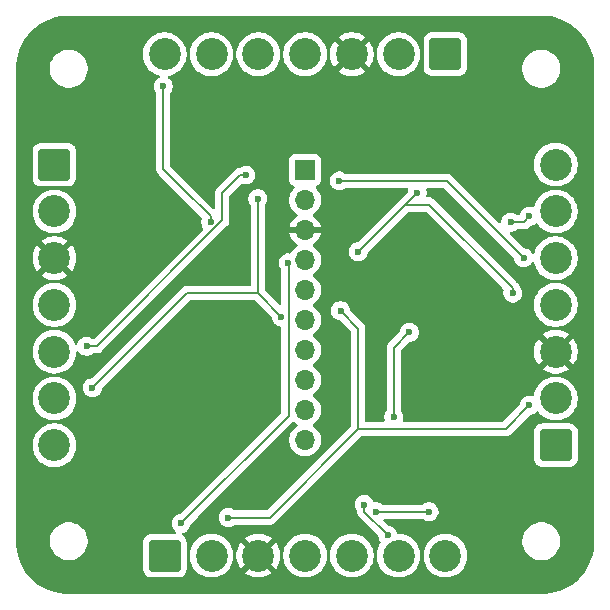
<source format=gbr>
%TF.GenerationSoftware,KiCad,Pcbnew,9.0.0*%
%TF.CreationDate,2025-03-24T11:20:55+01:00*%
%TF.ProjectId,PCB_Distrib,5043425f-4469-4737-9472-69622e6b6963,rev?*%
%TF.SameCoordinates,Original*%
%TF.FileFunction,Copper,L2,Bot*%
%TF.FilePolarity,Positive*%
%FSLAX46Y46*%
G04 Gerber Fmt 4.6, Leading zero omitted, Abs format (unit mm)*
G04 Created by KiCad (PCBNEW 9.0.0) date 2025-03-24 11:20:55*
%MOMM*%
%LPD*%
G01*
G04 APERTURE LIST*
G04 Aperture macros list*
%AMRoundRect*
0 Rectangle with rounded corners*
0 $1 Rounding radius*
0 $2 $3 $4 $5 $6 $7 $8 $9 X,Y pos of 4 corners*
0 Add a 4 corners polygon primitive as box body*
4,1,4,$2,$3,$4,$5,$6,$7,$8,$9,$2,$3,0*
0 Add four circle primitives for the rounded corners*
1,1,$1+$1,$2,$3*
1,1,$1+$1,$4,$5*
1,1,$1+$1,$6,$7*
1,1,$1+$1,$8,$9*
0 Add four rect primitives between the rounded corners*
20,1,$1+$1,$2,$3,$4,$5,0*
20,1,$1+$1,$4,$5,$6,$7,0*
20,1,$1+$1,$6,$7,$8,$9,0*
20,1,$1+$1,$8,$9,$2,$3,0*%
G04 Aperture macros list end*
%TA.AperFunction,ComponentPad*%
%ADD10RoundRect,0.250001X-1.099999X1.099999X-1.099999X-1.099999X1.099999X-1.099999X1.099999X1.099999X0*%
%TD*%
%TA.AperFunction,ComponentPad*%
%ADD11C,2.700000*%
%TD*%
%TA.AperFunction,ComponentPad*%
%ADD12RoundRect,0.250001X1.099999X-1.099999X1.099999X1.099999X-1.099999X1.099999X-1.099999X-1.099999X0*%
%TD*%
%TA.AperFunction,ComponentPad*%
%ADD13RoundRect,0.250001X1.099999X1.099999X-1.099999X1.099999X-1.099999X-1.099999X1.099999X-1.099999X0*%
%TD*%
%TA.AperFunction,ComponentPad*%
%ADD14RoundRect,0.250001X-1.099999X-1.099999X1.099999X-1.099999X1.099999X1.099999X-1.099999X1.099999X0*%
%TD*%
%TA.AperFunction,ComponentPad*%
%ADD15R,1.700000X1.700000*%
%TD*%
%TA.AperFunction,ComponentPad*%
%ADD16O,1.700000X1.700000*%
%TD*%
%TA.AperFunction,ViaPad*%
%ADD17C,0.600000*%
%TD*%
%TA.AperFunction,Conductor*%
%ADD18C,0.200000*%
%TD*%
G04 APERTURE END LIST*
D10*
%TO.P,JP2,1,Pin_1*%
%TO.N,SDA*%
X103775000Y-113120000D03*
D11*
%TO.P,JP2,2,Pin_2*%
%TO.N,SCL*%
X103775000Y-117080000D03*
%TO.P,JP2,3,Pin_3*%
%TO.N,GND*%
X103775000Y-121040000D03*
%TO.P,JP2,4,Pin_4*%
%TO.N,+3.3V*%
X103775000Y-125000000D03*
%TO.P,JP2,5,Pin_5*%
%TO.N,+5V*%
X103775000Y-128960000D03*
%TO.P,JP2,6,Pin_6*%
%TO.N,LED.DIN*%
X103775000Y-132920000D03*
%TO.P,JP2,7,Pin_7*%
%TO.N,GPIO04*%
X103775000Y-136880000D03*
%TD*%
D12*
%TO.P,JP4,1,Pin_1*%
%TO.N,SDA*%
X146225000Y-136880000D03*
D11*
%TO.P,JP4,2,Pin_2*%
%TO.N,SCL*%
X146225000Y-132920000D03*
%TO.P,JP4,3,Pin_3*%
%TO.N,GND*%
X146225000Y-128960000D03*
%TO.P,JP4,4,Pin_4*%
%TO.N,+3.3V*%
X146225000Y-125000000D03*
%TO.P,JP4,5,Pin_5*%
%TO.N,+5V*%
X146225000Y-121040000D03*
%TO.P,JP4,6,Pin_6*%
%TO.N,LED.DIN*%
X146225000Y-117080000D03*
%TO.P,JP4,7,Pin_7*%
%TO.N,GPIO22*%
X146225000Y-113120000D03*
%TD*%
D13*
%TO.P,JP1,1,Pin_1*%
%TO.N,SDA*%
X136880000Y-103775000D03*
D11*
%TO.P,JP1,2,Pin_2*%
%TO.N,SCL*%
X132920000Y-103775000D03*
%TO.P,JP1,3,Pin_3*%
%TO.N,GND*%
X128960000Y-103775000D03*
%TO.P,JP1,4,Pin_4*%
%TO.N,+3.3V*%
X125000000Y-103775000D03*
%TO.P,JP1,5,Pin_5*%
%TO.N,+5V*%
X121040000Y-103775000D03*
%TO.P,JP1,6,Pin_6*%
%TO.N,LED.DIN*%
X117080000Y-103775000D03*
%TO.P,JP1,7,Pin_7*%
%TO.N,GPIO17*%
X113120000Y-103775000D03*
%TD*%
D14*
%TO.P,JP3,1,Pin_1*%
%TO.N,SDA*%
X113120000Y-146225000D03*
D11*
%TO.P,JP3,2,Pin_2*%
%TO.N,SCL*%
X117080000Y-146225000D03*
%TO.P,JP3,3,Pin_3*%
%TO.N,GND*%
X121040000Y-146225000D03*
%TO.P,JP3,4,Pin_4*%
%TO.N,+3.3V*%
X125000000Y-146225000D03*
%TO.P,JP3,5,Pin_5*%
%TO.N,+5V*%
X128960000Y-146225000D03*
%TO.P,JP3,6,Pin_6*%
%TO.N,LED.DIN*%
X132920000Y-146225000D03*
%TO.P,JP3,7,Pin_7*%
%TO.N,GPIO27*%
X136880000Y-146225000D03*
%TD*%
D15*
%TO.P,JRasp1,1,Pin_1*%
%TO.N,+5V*%
X125000000Y-113575000D03*
D16*
%TO.P,JRasp1,2,Pin_2*%
%TO.N,+3.3V*%
X125000000Y-116115000D03*
%TO.P,JRasp1,3,Pin_3*%
%TO.N,GND*%
X125000000Y-118655000D03*
%TO.P,JRasp1,4,Pin_4*%
%TO.N,SDA*%
X125000000Y-121195000D03*
%TO.P,JRasp1,5,Pin_5*%
%TO.N,SCL*%
X125000000Y-123735000D03*
%TO.P,JRasp1,6,Pin_6*%
%TO.N,LED.DIN*%
X125000000Y-126275000D03*
%TO.P,JRasp1,7,Pin_7*%
%TO.N,GPIO17*%
X125000000Y-128815000D03*
%TO.P,JRasp1,8,Pin_8*%
%TO.N,GPIO04*%
X125000000Y-131355000D03*
%TO.P,JRasp1,9,Pin_9*%
%TO.N,GPIO27*%
X125000000Y-133895000D03*
%TO.P,JRasp1,10,Pin_10*%
%TO.N,GPIO22*%
X125000000Y-136435000D03*
%TD*%
D17*
%TO.N,SDA*%
X134500000Y-115500000D03*
X129500000Y-120500000D03*
X123556765Y-121443235D03*
X114500000Y-143500000D03*
X142600000Y-124000000D03*
%TO.N,SCL*%
X118500000Y-143000000D03*
X144000000Y-133500000D03*
X128000000Y-125500000D03*
%TO.N,+5V*%
X143500000Y-121000000D03*
X106500000Y-128500000D03*
X120000000Y-114000000D03*
X127900000Y-114500000D03*
%TO.N,GND*%
X130500000Y-107500000D03*
X122500000Y-117500000D03*
X144000000Y-130500000D03*
X107500000Y-121000000D03*
X123000000Y-144000000D03*
%TO.N,LED.DIN*%
X107000000Y-132000000D03*
X132000000Y-144500000D03*
X121000000Y-116000000D03*
X132500000Y-134500000D03*
X130000000Y-141900000D03*
X144000000Y-117500000D03*
X142400000Y-118000000D03*
X133825735Y-127325735D03*
X123000000Y-126000000D03*
%TO.N,GPIO27*%
X135500000Y-142500000D03*
X131000000Y-142500000D03*
%TO.N,GPIO17*%
X113000000Y-106500000D03*
X117000000Y-118000000D03*
%TD*%
D18*
%TO.N,SDA*%
X142600000Y-123600000D02*
X135500000Y-116500000D01*
X129500000Y-120500000D02*
X133500000Y-116500000D01*
X135500000Y-116500000D02*
X133500000Y-116500000D01*
X123556765Y-121443235D02*
X123601000Y-121487470D01*
X123601000Y-134399000D02*
X114500000Y-143500000D01*
X133500000Y-116500000D02*
X134500000Y-115500000D01*
X123601000Y-121487470D02*
X123601000Y-134399000D01*
X142600000Y-124000000D02*
X142600000Y-123600000D01*
%TO.N,SCL*%
X142000000Y-135500000D02*
X144000000Y-133500000D01*
X128000000Y-125500000D02*
X129500000Y-127000000D01*
X129500000Y-135500000D02*
X122000000Y-143000000D01*
X129500000Y-127000000D02*
X129500000Y-135500000D01*
X129500000Y-135500000D02*
X142000000Y-135500000D01*
X122000000Y-143000000D02*
X118500000Y-143000000D01*
%TO.N,+5V*%
X120000000Y-114000000D02*
X119500000Y-114000000D01*
X127900000Y-114500000D02*
X137000000Y-114500000D01*
X137000000Y-114500000D02*
X143500000Y-121000000D01*
X118000000Y-117849943D02*
X107349943Y-128500000D01*
X107349943Y-128500000D02*
X106500000Y-128500000D01*
X119500000Y-114000000D02*
X118000000Y-115500000D01*
X118000000Y-115500000D02*
X118000000Y-117849943D01*
%TO.N,LED.DIN*%
X130000000Y-141900000D02*
X130000000Y-142500000D01*
X121000000Y-124000000D02*
X123000000Y-126000000D01*
X121000000Y-124000000D02*
X115000000Y-124000000D01*
X133825735Y-127325735D02*
X132500000Y-128651470D01*
X143500000Y-118000000D02*
X144000000Y-117500000D01*
X142400000Y-118000000D02*
X143500000Y-118000000D01*
X121000000Y-116000000D02*
X121000000Y-124000000D01*
X132500000Y-128651470D02*
X132500000Y-134500000D01*
X130000000Y-142500000D02*
X132000000Y-144500000D01*
X115000000Y-124000000D02*
X107000000Y-132000000D01*
%TO.N,GPIO27*%
X131000000Y-142500000D02*
X135500000Y-142500000D01*
%TO.N,GPIO17*%
X114500000Y-115000000D02*
X113000000Y-113500000D01*
X113000000Y-113500000D02*
X113000000Y-106500000D01*
X117000000Y-118000000D02*
X117000000Y-117500000D01*
X117000000Y-117500000D02*
X114500000Y-115000000D01*
%TD*%
%TA.AperFunction,Conductor*%
%TO.N,GND*%
G36*
X145002702Y-100500617D02*
G01*
X145386771Y-100517386D01*
X145397506Y-100518326D01*
X145775971Y-100568152D01*
X145786597Y-100570025D01*
X146159284Y-100652648D01*
X146169710Y-100655442D01*
X146533765Y-100770227D01*
X146543911Y-100773920D01*
X146896578Y-100920000D01*
X146906369Y-100924566D01*
X147244942Y-101100816D01*
X147254310Y-101106224D01*
X147576244Y-101311318D01*
X147585105Y-101317523D01*
X147887930Y-101549889D01*
X147896217Y-101556843D01*
X148177635Y-101814715D01*
X148185284Y-101822364D01*
X148443156Y-102103782D01*
X148450110Y-102112069D01*
X148682476Y-102414894D01*
X148688681Y-102423755D01*
X148893775Y-102745689D01*
X148899183Y-102755057D01*
X149075430Y-103093623D01*
X149080002Y-103103427D01*
X149226075Y-103456078D01*
X149229775Y-103466244D01*
X149344554Y-103830278D01*
X149347354Y-103840727D01*
X149429971Y-104213389D01*
X149431849Y-104224042D01*
X149481671Y-104602473D01*
X149482614Y-104613249D01*
X149499382Y-104997297D01*
X149499500Y-105002706D01*
X149499500Y-144997293D01*
X149499382Y-145002702D01*
X149482614Y-145386750D01*
X149481671Y-145397526D01*
X149431849Y-145775957D01*
X149429971Y-145786610D01*
X149347354Y-146159272D01*
X149344554Y-146169721D01*
X149229775Y-146533755D01*
X149226075Y-146543921D01*
X149080002Y-146896572D01*
X149075430Y-146906376D01*
X148899183Y-147244942D01*
X148893775Y-147254310D01*
X148688681Y-147576244D01*
X148682476Y-147585105D01*
X148450110Y-147887930D01*
X148443156Y-147896217D01*
X148185284Y-148177635D01*
X148177635Y-148185284D01*
X147896217Y-148443156D01*
X147887930Y-148450110D01*
X147585105Y-148682476D01*
X147576244Y-148688681D01*
X147254310Y-148893775D01*
X147244942Y-148899183D01*
X146906376Y-149075430D01*
X146896572Y-149080002D01*
X146543921Y-149226075D01*
X146533755Y-149229775D01*
X146169721Y-149344554D01*
X146159272Y-149347354D01*
X145786610Y-149429971D01*
X145775957Y-149431849D01*
X145397526Y-149481671D01*
X145386750Y-149482614D01*
X145002703Y-149499382D01*
X144997294Y-149499500D01*
X105002706Y-149499500D01*
X104997297Y-149499382D01*
X104613249Y-149482614D01*
X104602473Y-149481671D01*
X104224042Y-149431849D01*
X104213389Y-149429971D01*
X103840727Y-149347354D01*
X103830278Y-149344554D01*
X103466244Y-149229775D01*
X103456078Y-149226075D01*
X103103427Y-149080002D01*
X103093623Y-149075430D01*
X102755057Y-148899183D01*
X102745689Y-148893775D01*
X102423755Y-148688681D01*
X102414894Y-148682476D01*
X102112069Y-148450110D01*
X102103782Y-148443156D01*
X101822364Y-148185284D01*
X101814715Y-148177635D01*
X101556843Y-147896217D01*
X101549889Y-147887930D01*
X101317523Y-147585105D01*
X101311318Y-147576244D01*
X101106224Y-147254310D01*
X101100816Y-147244942D01*
X100924566Y-146906369D01*
X100919997Y-146896572D01*
X100773920Y-146543911D01*
X100770224Y-146533755D01*
X100655442Y-146169710D01*
X100652648Y-146159284D01*
X100570025Y-145786597D01*
X100568152Y-145775971D01*
X100518326Y-145397506D01*
X100517386Y-145386771D01*
X100500618Y-145002702D01*
X100500500Y-144997293D01*
X100500500Y-144874038D01*
X103399500Y-144874038D01*
X103399500Y-145125962D01*
X103438910Y-145374785D01*
X103516760Y-145614383D01*
X103631132Y-145838848D01*
X103779201Y-146042649D01*
X103779205Y-146042654D01*
X103957345Y-146220794D01*
X103957350Y-146220798D01*
X104130018Y-146346248D01*
X104161155Y-146368870D01*
X104304184Y-146441747D01*
X104385616Y-146483239D01*
X104385618Y-146483239D01*
X104385621Y-146483241D01*
X104625215Y-146561090D01*
X104874038Y-146600500D01*
X104874039Y-146600500D01*
X105125961Y-146600500D01*
X105125962Y-146600500D01*
X105374785Y-146561090D01*
X105614379Y-146483241D01*
X105838845Y-146368870D01*
X106042656Y-146220793D01*
X106220793Y-146042656D01*
X106368870Y-145838845D01*
X106483241Y-145614379D01*
X106561090Y-145374785D01*
X106600500Y-145125962D01*
X106600500Y-144874038D01*
X106561090Y-144625215D01*
X106483241Y-144385621D01*
X106483239Y-144385618D01*
X106483239Y-144385616D01*
X106439870Y-144300500D01*
X106368870Y-144161155D01*
X106244309Y-143989711D01*
X106220798Y-143957350D01*
X106220794Y-143957345D01*
X106042654Y-143779205D01*
X106042649Y-143779201D01*
X105838848Y-143631132D01*
X105838847Y-143631131D01*
X105838845Y-143631130D01*
X105734866Y-143578150D01*
X105614383Y-143516760D01*
X105374785Y-143438910D01*
X105262704Y-143421158D01*
X105125962Y-143399500D01*
X104874038Y-143399500D01*
X104749626Y-143419205D01*
X104625214Y-143438910D01*
X104385616Y-143516760D01*
X104161151Y-143631132D01*
X103957350Y-143779201D01*
X103957345Y-143779205D01*
X103779205Y-143957345D01*
X103779201Y-143957350D01*
X103631132Y-144161151D01*
X103516760Y-144385616D01*
X103438910Y-144625214D01*
X103418819Y-144752061D01*
X103399500Y-144874038D01*
X100500500Y-144874038D01*
X100500500Y-136758711D01*
X101924500Y-136758711D01*
X101924500Y-137001288D01*
X101956161Y-137241785D01*
X102018947Y-137476104D01*
X102066146Y-137590051D01*
X102111776Y-137700212D01*
X102233064Y-137910289D01*
X102233066Y-137910292D01*
X102233067Y-137910293D01*
X102380733Y-138102736D01*
X102380739Y-138102743D01*
X102552256Y-138274260D01*
X102552263Y-138274266D01*
X102665321Y-138361018D01*
X102744711Y-138421936D01*
X102954788Y-138543224D01*
X103178900Y-138636054D01*
X103413211Y-138698838D01*
X103573940Y-138719998D01*
X103653711Y-138730500D01*
X103653712Y-138730500D01*
X103896289Y-138730500D01*
X103976052Y-138719999D01*
X104136789Y-138698838D01*
X104371100Y-138636054D01*
X104595212Y-138543224D01*
X104805289Y-138421936D01*
X104997738Y-138274265D01*
X105169265Y-138102738D01*
X105316936Y-137910289D01*
X105438224Y-137700212D01*
X105531054Y-137476100D01*
X105593838Y-137241789D01*
X105625500Y-137001288D01*
X105625500Y-136758712D01*
X105593838Y-136518211D01*
X105531054Y-136283900D01*
X105438224Y-136059788D01*
X105316936Y-135849711D01*
X105225073Y-135729992D01*
X105169266Y-135657263D01*
X105169260Y-135657256D01*
X104997743Y-135485739D01*
X104997736Y-135485733D01*
X104805293Y-135338067D01*
X104805292Y-135338066D01*
X104805289Y-135338064D01*
X104595212Y-135216776D01*
X104595205Y-135216773D01*
X104371104Y-135123947D01*
X104136785Y-135061161D01*
X103896289Y-135029500D01*
X103896288Y-135029500D01*
X103653712Y-135029500D01*
X103653711Y-135029500D01*
X103413214Y-135061161D01*
X103178895Y-135123947D01*
X102954794Y-135216773D01*
X102954785Y-135216777D01*
X102744706Y-135338067D01*
X102552263Y-135485733D01*
X102552256Y-135485739D01*
X102380739Y-135657256D01*
X102380733Y-135657263D01*
X102233067Y-135849706D01*
X102111777Y-136059785D01*
X102111773Y-136059794D01*
X102018947Y-136283895D01*
X101956161Y-136518214D01*
X101924500Y-136758711D01*
X100500500Y-136758711D01*
X100500500Y-132798711D01*
X101924500Y-132798711D01*
X101924500Y-133041288D01*
X101956161Y-133281785D01*
X102018947Y-133516104D01*
X102111773Y-133740205D01*
X102111776Y-133740212D01*
X102233064Y-133950289D01*
X102233066Y-133950292D01*
X102233067Y-133950293D01*
X102380733Y-134142736D01*
X102380739Y-134142743D01*
X102552256Y-134314260D01*
X102552262Y-134314265D01*
X102744711Y-134461936D01*
X102954788Y-134583224D01*
X103178900Y-134676054D01*
X103413211Y-134738838D01*
X103557647Y-134757853D01*
X103653711Y-134770500D01*
X103653712Y-134770500D01*
X103896289Y-134770500D01*
X103944388Y-134764167D01*
X104136789Y-134738838D01*
X104371100Y-134676054D01*
X104595212Y-134583224D01*
X104805289Y-134461936D01*
X104997738Y-134314265D01*
X105169265Y-134142738D01*
X105316936Y-133950289D01*
X105438224Y-133740212D01*
X105531054Y-133516100D01*
X105593838Y-133281789D01*
X105625500Y-133041288D01*
X105625500Y-132798712D01*
X105621685Y-132769737D01*
X105602208Y-132621789D01*
X105593838Y-132558211D01*
X105531054Y-132323900D01*
X105438224Y-132099788D01*
X105335089Y-131921153D01*
X106199500Y-131921153D01*
X106199500Y-132078846D01*
X106230261Y-132233489D01*
X106230264Y-132233501D01*
X106290602Y-132379172D01*
X106290609Y-132379185D01*
X106378210Y-132510288D01*
X106378213Y-132510292D01*
X106489707Y-132621786D01*
X106489711Y-132621789D01*
X106620814Y-132709390D01*
X106620827Y-132709397D01*
X106766498Y-132769735D01*
X106766503Y-132769737D01*
X106912164Y-132798711D01*
X106921153Y-132800499D01*
X106921156Y-132800500D01*
X106921158Y-132800500D01*
X107078844Y-132800500D01*
X107078845Y-132800499D01*
X107233497Y-132769737D01*
X107379179Y-132709394D01*
X107510289Y-132621789D01*
X107621789Y-132510289D01*
X107709394Y-132379179D01*
X107769737Y-132233497D01*
X107789113Y-132136085D01*
X107800638Y-132078150D01*
X107833023Y-132016239D01*
X107834518Y-132014716D01*
X115212416Y-124636819D01*
X115273739Y-124603334D01*
X115300097Y-124600500D01*
X120699903Y-124600500D01*
X120766942Y-124620185D01*
X120787584Y-124636819D01*
X122165425Y-126014660D01*
X122198910Y-126075983D01*
X122199361Y-126078149D01*
X122230261Y-126233491D01*
X122230264Y-126233501D01*
X122290602Y-126379172D01*
X122290609Y-126379185D01*
X122378210Y-126510288D01*
X122378213Y-126510292D01*
X122489707Y-126621786D01*
X122489711Y-126621789D01*
X122620814Y-126709390D01*
X122620827Y-126709397D01*
X122733464Y-126756052D01*
X122766503Y-126769737D01*
X122860645Y-126788463D01*
X122900691Y-126796429D01*
X122962602Y-126828814D01*
X122997176Y-126889529D01*
X123000500Y-126918046D01*
X123000500Y-134098902D01*
X122980815Y-134165941D01*
X122964181Y-134186583D01*
X114485339Y-142665425D01*
X114424016Y-142698910D01*
X114421850Y-142699361D01*
X114266508Y-142730261D01*
X114266498Y-142730264D01*
X114120827Y-142790602D01*
X114120814Y-142790609D01*
X113989711Y-142878210D01*
X113989707Y-142878213D01*
X113878213Y-142989707D01*
X113878210Y-142989711D01*
X113790609Y-143120814D01*
X113790602Y-143120827D01*
X113730264Y-143266498D01*
X113730261Y-143266510D01*
X113699500Y-143421153D01*
X113699500Y-143578846D01*
X113730261Y-143733489D01*
X113730264Y-143733501D01*
X113790602Y-143879172D01*
X113790609Y-143879185D01*
X113878210Y-144010288D01*
X113878213Y-144010292D01*
X113989707Y-144121786D01*
X113989711Y-144121789D01*
X114028037Y-144147398D01*
X114072842Y-144201010D01*
X114081549Y-144270335D01*
X114051395Y-144333363D01*
X113991952Y-144370082D01*
X113959146Y-144374500D01*
X111969984Y-144374500D01*
X111867204Y-144385000D01*
X111867203Y-144385001D01*
X111700664Y-144440186D01*
X111700662Y-144440187D01*
X111551348Y-144532286D01*
X111551344Y-144532289D01*
X111427289Y-144656344D01*
X111427286Y-144656348D01*
X111335187Y-144805662D01*
X111335186Y-144805664D01*
X111280001Y-144972203D01*
X111280000Y-144972204D01*
X111269500Y-145074984D01*
X111269500Y-147375015D01*
X111280000Y-147477795D01*
X111280001Y-147477796D01*
X111335186Y-147644335D01*
X111335187Y-147644337D01*
X111427286Y-147793651D01*
X111427289Y-147793655D01*
X111551344Y-147917710D01*
X111551348Y-147917713D01*
X111700662Y-148009812D01*
X111700664Y-148009813D01*
X111700666Y-148009814D01*
X111867203Y-148064999D01*
X111969992Y-148075500D01*
X111969997Y-148075500D01*
X114270003Y-148075500D01*
X114270008Y-148075500D01*
X114372797Y-148064999D01*
X114539334Y-148009814D01*
X114688655Y-147917711D01*
X114812711Y-147793655D01*
X114904814Y-147644334D01*
X114959999Y-147477797D01*
X114970500Y-147375008D01*
X114970500Y-146103711D01*
X115229500Y-146103711D01*
X115229500Y-146346288D01*
X115261161Y-146586785D01*
X115323947Y-146821104D01*
X115398539Y-147001185D01*
X115416776Y-147045212D01*
X115538064Y-147255289D01*
X115538066Y-147255292D01*
X115538067Y-147255293D01*
X115685733Y-147447736D01*
X115685739Y-147447743D01*
X115857256Y-147619260D01*
X115857263Y-147619266D01*
X115959788Y-147697936D01*
X116049711Y-147766936D01*
X116259788Y-147888224D01*
X116483900Y-147981054D01*
X116718211Y-148043838D01*
X116878940Y-148064998D01*
X116958711Y-148075500D01*
X116958712Y-148075500D01*
X117201289Y-148075500D01*
X117281052Y-148064999D01*
X117441789Y-148043838D01*
X117676100Y-147981054D01*
X117900212Y-147888224D01*
X118110289Y-147766936D01*
X118302738Y-147619265D01*
X118302743Y-147619260D01*
X118359701Y-147562303D01*
X118474260Y-147447743D01*
X118474265Y-147447738D01*
X118621936Y-147255289D01*
X118743224Y-147045212D01*
X118836054Y-146821100D01*
X118898838Y-146586789D01*
X118930500Y-146346288D01*
X118930500Y-146103751D01*
X119190000Y-146103751D01*
X119190000Y-146346248D01*
X119190001Y-146346264D01*
X119221653Y-146586687D01*
X119284421Y-146820939D01*
X119377220Y-147044978D01*
X119377227Y-147044992D01*
X119498481Y-147255010D01*
X119567061Y-147344384D01*
X120285884Y-146625560D01*
X120286740Y-146627626D01*
X120379762Y-146766844D01*
X120498156Y-146885238D01*
X120637374Y-146978260D01*
X120639437Y-146979114D01*
X119920614Y-147697936D01*
X119920614Y-147697937D01*
X120009989Y-147766517D01*
X120009996Y-147766522D01*
X120220007Y-147887772D01*
X120220021Y-147887779D01*
X120444060Y-147980578D01*
X120678312Y-148043346D01*
X120918735Y-148074998D01*
X120918752Y-148075000D01*
X121161248Y-148075000D01*
X121161264Y-148074998D01*
X121401687Y-148043346D01*
X121635939Y-147980578D01*
X121859978Y-147887779D01*
X121859992Y-147887772D01*
X122070016Y-147766515D01*
X122159384Y-147697939D01*
X122159384Y-147697936D01*
X121440562Y-146979114D01*
X121442626Y-146978260D01*
X121581844Y-146885238D01*
X121700238Y-146766844D01*
X121793260Y-146627626D01*
X121794114Y-146625562D01*
X122512936Y-147344384D01*
X122512939Y-147344384D01*
X122581515Y-147255016D01*
X122702772Y-147044992D01*
X122702779Y-147044978D01*
X122795578Y-146820939D01*
X122858346Y-146586687D01*
X122889998Y-146346264D01*
X122890000Y-146346248D01*
X122890000Y-146103743D01*
X122889996Y-146103711D01*
X123149500Y-146103711D01*
X123149500Y-146346288D01*
X123181161Y-146586785D01*
X123243947Y-146821104D01*
X123318539Y-147001185D01*
X123336776Y-147045212D01*
X123458064Y-147255289D01*
X123458066Y-147255292D01*
X123458067Y-147255293D01*
X123605733Y-147447736D01*
X123605739Y-147447743D01*
X123777256Y-147619260D01*
X123777263Y-147619266D01*
X123879788Y-147697936D01*
X123969711Y-147766936D01*
X124179788Y-147888224D01*
X124403900Y-147981054D01*
X124638211Y-148043838D01*
X124798940Y-148064998D01*
X124878711Y-148075500D01*
X124878712Y-148075500D01*
X125121289Y-148075500D01*
X125201052Y-148064999D01*
X125361789Y-148043838D01*
X125596100Y-147981054D01*
X125820212Y-147888224D01*
X126030289Y-147766936D01*
X126222738Y-147619265D01*
X126394265Y-147447738D01*
X126541936Y-147255289D01*
X126663224Y-147045212D01*
X126756054Y-146821100D01*
X126818838Y-146586789D01*
X126850500Y-146346288D01*
X126850500Y-146103712D01*
X126850500Y-146103711D01*
X127109500Y-146103711D01*
X127109500Y-146346288D01*
X127141161Y-146586785D01*
X127203947Y-146821104D01*
X127278539Y-147001185D01*
X127296776Y-147045212D01*
X127418064Y-147255289D01*
X127418066Y-147255292D01*
X127418067Y-147255293D01*
X127565733Y-147447736D01*
X127565739Y-147447743D01*
X127737256Y-147619260D01*
X127737263Y-147619266D01*
X127839788Y-147697936D01*
X127929711Y-147766936D01*
X128139788Y-147888224D01*
X128363900Y-147981054D01*
X128598211Y-148043838D01*
X128758940Y-148064998D01*
X128838711Y-148075500D01*
X128838712Y-148075500D01*
X129081289Y-148075500D01*
X129161052Y-148064999D01*
X129321789Y-148043838D01*
X129556100Y-147981054D01*
X129780212Y-147888224D01*
X129990289Y-147766936D01*
X130182738Y-147619265D01*
X130354265Y-147447738D01*
X130501936Y-147255289D01*
X130623224Y-147045212D01*
X130716054Y-146821100D01*
X130778838Y-146586789D01*
X130810500Y-146346288D01*
X130810500Y-146103712D01*
X130778838Y-145863211D01*
X130716054Y-145628900D01*
X130623224Y-145404788D01*
X130501936Y-145194711D01*
X130410073Y-145074992D01*
X130354266Y-145002263D01*
X130354260Y-145002256D01*
X130182743Y-144830739D01*
X130182736Y-144830733D01*
X129990293Y-144683067D01*
X129990292Y-144683066D01*
X129990289Y-144683064D01*
X129780212Y-144561776D01*
X129780205Y-144561773D01*
X129556104Y-144468947D01*
X129321785Y-144406161D01*
X129081289Y-144374500D01*
X129081288Y-144374500D01*
X128838712Y-144374500D01*
X128838711Y-144374500D01*
X128598214Y-144406161D01*
X128363895Y-144468947D01*
X128139794Y-144561773D01*
X128139785Y-144561777D01*
X127929706Y-144683067D01*
X127737263Y-144830733D01*
X127737256Y-144830739D01*
X127565739Y-145002256D01*
X127565733Y-145002263D01*
X127418067Y-145194706D01*
X127418064Y-145194710D01*
X127418064Y-145194711D01*
X127401817Y-145222851D01*
X127296777Y-145404785D01*
X127296773Y-145404794D01*
X127203947Y-145628895D01*
X127141161Y-145863214D01*
X127109500Y-146103711D01*
X126850500Y-146103711D01*
X126818838Y-145863211D01*
X126756054Y-145628900D01*
X126663224Y-145404788D01*
X126541936Y-145194711D01*
X126450073Y-145074992D01*
X126394266Y-145002263D01*
X126394260Y-145002256D01*
X126222743Y-144830739D01*
X126222736Y-144830733D01*
X126030293Y-144683067D01*
X126030292Y-144683066D01*
X126030289Y-144683064D01*
X125820212Y-144561776D01*
X125820205Y-144561773D01*
X125596104Y-144468947D01*
X125361785Y-144406161D01*
X125121289Y-144374500D01*
X125121288Y-144374500D01*
X124878712Y-144374500D01*
X124878711Y-144374500D01*
X124638214Y-144406161D01*
X124403895Y-144468947D01*
X124179794Y-144561773D01*
X124179785Y-144561777D01*
X123969706Y-144683067D01*
X123777263Y-144830733D01*
X123777256Y-144830739D01*
X123605739Y-145002256D01*
X123605733Y-145002263D01*
X123458067Y-145194706D01*
X123458064Y-145194710D01*
X123458064Y-145194711D01*
X123441817Y-145222851D01*
X123336777Y-145404785D01*
X123336773Y-145404794D01*
X123243947Y-145628895D01*
X123181161Y-145863214D01*
X123149500Y-146103711D01*
X122889996Y-146103711D01*
X122858346Y-145863312D01*
X122795578Y-145629060D01*
X122702779Y-145405021D01*
X122702772Y-145405007D01*
X122581522Y-145194996D01*
X122581517Y-145194989D01*
X122512937Y-145105614D01*
X122512936Y-145105614D01*
X121794114Y-145824436D01*
X121793260Y-145822374D01*
X121700238Y-145683156D01*
X121581844Y-145564762D01*
X121442626Y-145471740D01*
X121440560Y-145470884D01*
X122159384Y-144752061D01*
X122070010Y-144683481D01*
X121859992Y-144562227D01*
X121859978Y-144562220D01*
X121635939Y-144469421D01*
X121401687Y-144406653D01*
X121161264Y-144375001D01*
X121161248Y-144375000D01*
X120918752Y-144375000D01*
X120918735Y-144375001D01*
X120678312Y-144406653D01*
X120444060Y-144469421D01*
X120220021Y-144562220D01*
X120220006Y-144562227D01*
X120009990Y-144683480D01*
X119920614Y-144752060D01*
X119920614Y-144752061D01*
X120639438Y-145470885D01*
X120637374Y-145471740D01*
X120498156Y-145564762D01*
X120379762Y-145683156D01*
X120286740Y-145822374D01*
X120285885Y-145824438D01*
X119567061Y-145105614D01*
X119567060Y-145105614D01*
X119498480Y-145194990D01*
X119377227Y-145405006D01*
X119377220Y-145405021D01*
X119284421Y-145629060D01*
X119221653Y-145863312D01*
X119190001Y-146103735D01*
X119190000Y-146103751D01*
X118930500Y-146103751D01*
X118930500Y-146103712D01*
X118898838Y-145863211D01*
X118836054Y-145628900D01*
X118743224Y-145404788D01*
X118621936Y-145194711D01*
X118530073Y-145074992D01*
X118474266Y-145002263D01*
X118474260Y-145002256D01*
X118302743Y-144830739D01*
X118302736Y-144830733D01*
X118110293Y-144683067D01*
X118110292Y-144683066D01*
X118110289Y-144683064D01*
X117900212Y-144561776D01*
X117900205Y-144561773D01*
X117676104Y-144468947D01*
X117441785Y-144406161D01*
X117201289Y-144374500D01*
X117201288Y-144374500D01*
X116958712Y-144374500D01*
X116958711Y-144374500D01*
X116718214Y-144406161D01*
X116483895Y-144468947D01*
X116259794Y-144561773D01*
X116259785Y-144561777D01*
X116049706Y-144683067D01*
X115857263Y-144830733D01*
X115857256Y-144830739D01*
X115685739Y-145002256D01*
X115685733Y-145002263D01*
X115538067Y-145194706D01*
X115538064Y-145194710D01*
X115538064Y-145194711D01*
X115521817Y-145222851D01*
X115416777Y-145404785D01*
X115416773Y-145404794D01*
X115323947Y-145628895D01*
X115261161Y-145863214D01*
X115229500Y-146103711D01*
X114970500Y-146103711D01*
X114970500Y-145074992D01*
X114959999Y-144972203D01*
X114904814Y-144805666D01*
X114871749Y-144752060D01*
X114812713Y-144656348D01*
X114812710Y-144656344D01*
X114688654Y-144532288D01*
X114646221Y-144506115D01*
X114599497Y-144454167D01*
X114588276Y-144385204D01*
X114616120Y-144321122D01*
X114674189Y-144282267D01*
X114687111Y-144278963D01*
X114733497Y-144269737D01*
X114879179Y-144209394D01*
X115010289Y-144121789D01*
X115121789Y-144010289D01*
X115209394Y-143879179D01*
X115269737Y-143733497D01*
X115296192Y-143600500D01*
X115300638Y-143578150D01*
X115333023Y-143516239D01*
X115334518Y-143514716D01*
X115928081Y-142921153D01*
X117699500Y-142921153D01*
X117699500Y-143078846D01*
X117730261Y-143233489D01*
X117730264Y-143233501D01*
X117790602Y-143379172D01*
X117790609Y-143379185D01*
X117878210Y-143510288D01*
X117878213Y-143510292D01*
X117989707Y-143621786D01*
X117989711Y-143621789D01*
X118120814Y-143709390D01*
X118120827Y-143709397D01*
X118266498Y-143769735D01*
X118266503Y-143769737D01*
X118421153Y-143800499D01*
X118421156Y-143800500D01*
X118421158Y-143800500D01*
X118578844Y-143800500D01*
X118578845Y-143800499D01*
X118733497Y-143769737D01*
X118879179Y-143709394D01*
X118879185Y-143709390D01*
X119010875Y-143621398D01*
X119077553Y-143600520D01*
X119079766Y-143600500D01*
X121913331Y-143600500D01*
X121913347Y-143600501D01*
X121920943Y-143600501D01*
X122079054Y-143600501D01*
X122079057Y-143600501D01*
X122231785Y-143559577D01*
X122281904Y-143530639D01*
X122368716Y-143480520D01*
X122480520Y-143368716D01*
X122480520Y-143368714D01*
X122490728Y-143358507D01*
X122490729Y-143358504D01*
X124028081Y-141821153D01*
X129199500Y-141821153D01*
X129199500Y-141978846D01*
X129230261Y-142133489D01*
X129230264Y-142133501D01*
X129290602Y-142279172D01*
X129290609Y-142279185D01*
X129378601Y-142410873D01*
X129399479Y-142477550D01*
X129399499Y-142479764D01*
X129399499Y-142579054D01*
X129399498Y-142579054D01*
X129399499Y-142579057D01*
X129440423Y-142731785D01*
X129460468Y-142766503D01*
X129499809Y-142834645D01*
X129519479Y-142868715D01*
X129638349Y-142987585D01*
X129638355Y-142987590D01*
X131165425Y-144514660D01*
X131198910Y-144575983D01*
X131199361Y-144578149D01*
X131230261Y-144733491D01*
X131230264Y-144733501D01*
X131290602Y-144879172D01*
X131290609Y-144879185D01*
X131378210Y-145010288D01*
X131378213Y-145010292D01*
X131381303Y-145013382D01*
X131414788Y-145074705D01*
X131409804Y-145144397D01*
X131392002Y-145176544D01*
X131378070Y-145194702D01*
X131378059Y-145194718D01*
X131256777Y-145404784D01*
X131256773Y-145404794D01*
X131163947Y-145628895D01*
X131101161Y-145863214D01*
X131069500Y-146103711D01*
X131069500Y-146346288D01*
X131101161Y-146586785D01*
X131163947Y-146821104D01*
X131238539Y-147001185D01*
X131256776Y-147045212D01*
X131378064Y-147255289D01*
X131378066Y-147255292D01*
X131378067Y-147255293D01*
X131525733Y-147447736D01*
X131525739Y-147447743D01*
X131697256Y-147619260D01*
X131697263Y-147619266D01*
X131799788Y-147697936D01*
X131889711Y-147766936D01*
X132099788Y-147888224D01*
X132323900Y-147981054D01*
X132558211Y-148043838D01*
X132718940Y-148064998D01*
X132798711Y-148075500D01*
X132798712Y-148075500D01*
X133041289Y-148075500D01*
X133121052Y-148064999D01*
X133281789Y-148043838D01*
X133516100Y-147981054D01*
X133740212Y-147888224D01*
X133950289Y-147766936D01*
X134142738Y-147619265D01*
X134314265Y-147447738D01*
X134461936Y-147255289D01*
X134583224Y-147045212D01*
X134676054Y-146821100D01*
X134738838Y-146586789D01*
X134770500Y-146346288D01*
X134770500Y-146103712D01*
X134770500Y-146103711D01*
X135029500Y-146103711D01*
X135029500Y-146346288D01*
X135061161Y-146586785D01*
X135123947Y-146821104D01*
X135198539Y-147001185D01*
X135216776Y-147045212D01*
X135338064Y-147255289D01*
X135338066Y-147255292D01*
X135338067Y-147255293D01*
X135485733Y-147447736D01*
X135485739Y-147447743D01*
X135657256Y-147619260D01*
X135657263Y-147619266D01*
X135759788Y-147697936D01*
X135849711Y-147766936D01*
X136059788Y-147888224D01*
X136283900Y-147981054D01*
X136518211Y-148043838D01*
X136678940Y-148064998D01*
X136758711Y-148075500D01*
X136758712Y-148075500D01*
X137001289Y-148075500D01*
X137081052Y-148064999D01*
X137241789Y-148043838D01*
X137476100Y-147981054D01*
X137700212Y-147888224D01*
X137910289Y-147766936D01*
X138102738Y-147619265D01*
X138274265Y-147447738D01*
X138421936Y-147255289D01*
X138543224Y-147045212D01*
X138636054Y-146821100D01*
X138698838Y-146586789D01*
X138730500Y-146346288D01*
X138730500Y-146103712D01*
X138698838Y-145863211D01*
X138636054Y-145628900D01*
X138543224Y-145404788D01*
X138421936Y-145194711D01*
X138330073Y-145074992D01*
X138274266Y-145002263D01*
X138274260Y-145002256D01*
X138146042Y-144874038D01*
X143399500Y-144874038D01*
X143399500Y-145125962D01*
X143438910Y-145374785D01*
X143516760Y-145614383D01*
X143631132Y-145838848D01*
X143779201Y-146042649D01*
X143779205Y-146042654D01*
X143957345Y-146220794D01*
X143957350Y-146220798D01*
X144130018Y-146346248D01*
X144161155Y-146368870D01*
X144304184Y-146441747D01*
X144385616Y-146483239D01*
X144385618Y-146483239D01*
X144385621Y-146483241D01*
X144625215Y-146561090D01*
X144874038Y-146600500D01*
X144874039Y-146600500D01*
X145125961Y-146600500D01*
X145125962Y-146600500D01*
X145374785Y-146561090D01*
X145614379Y-146483241D01*
X145838845Y-146368870D01*
X146042656Y-146220793D01*
X146220793Y-146042656D01*
X146368870Y-145838845D01*
X146483241Y-145614379D01*
X146561090Y-145374785D01*
X146600500Y-145125962D01*
X146600500Y-144874038D01*
X146561090Y-144625215D01*
X146483241Y-144385621D01*
X146483239Y-144385618D01*
X146483239Y-144385616D01*
X146439870Y-144300500D01*
X146368870Y-144161155D01*
X146244309Y-143989711D01*
X146220798Y-143957350D01*
X146220794Y-143957345D01*
X146042654Y-143779205D01*
X146042649Y-143779201D01*
X145838848Y-143631132D01*
X145838847Y-143631131D01*
X145838845Y-143631130D01*
X145734866Y-143578150D01*
X145614383Y-143516760D01*
X145374785Y-143438910D01*
X145262704Y-143421158D01*
X145125962Y-143399500D01*
X144874038Y-143399500D01*
X144749626Y-143419205D01*
X144625214Y-143438910D01*
X144385616Y-143516760D01*
X144161151Y-143631132D01*
X143957350Y-143779201D01*
X143957345Y-143779205D01*
X143779205Y-143957345D01*
X143779201Y-143957350D01*
X143631132Y-144161151D01*
X143516760Y-144385616D01*
X143438910Y-144625214D01*
X143418819Y-144752061D01*
X143399500Y-144874038D01*
X138146042Y-144874038D01*
X138102743Y-144830739D01*
X138102736Y-144830733D01*
X137910293Y-144683067D01*
X137910292Y-144683066D01*
X137910289Y-144683064D01*
X137700212Y-144561776D01*
X137700205Y-144561773D01*
X137476104Y-144468947D01*
X137241785Y-144406161D01*
X137001289Y-144374500D01*
X137001288Y-144374500D01*
X136758712Y-144374500D01*
X136758711Y-144374500D01*
X136518214Y-144406161D01*
X136283895Y-144468947D01*
X136059794Y-144561773D01*
X136059785Y-144561777D01*
X135849706Y-144683067D01*
X135657263Y-144830733D01*
X135657256Y-144830739D01*
X135485739Y-145002256D01*
X135485733Y-145002263D01*
X135338067Y-145194706D01*
X135338064Y-145194710D01*
X135338064Y-145194711D01*
X135321817Y-145222851D01*
X135216777Y-145404785D01*
X135216773Y-145404794D01*
X135123947Y-145628895D01*
X135061161Y-145863214D01*
X135029500Y-146103711D01*
X134770500Y-146103711D01*
X134738838Y-145863211D01*
X134676054Y-145628900D01*
X134583224Y-145404788D01*
X134461936Y-145194711D01*
X134370073Y-145074992D01*
X134314266Y-145002263D01*
X134314260Y-145002256D01*
X134142743Y-144830739D01*
X134142736Y-144830733D01*
X133950293Y-144683067D01*
X133950292Y-144683066D01*
X133950289Y-144683064D01*
X133740212Y-144561776D01*
X133740205Y-144561773D01*
X133516104Y-144468947D01*
X133281785Y-144406161D01*
X133041289Y-144374500D01*
X133041288Y-144374500D01*
X132892983Y-144374500D01*
X132825944Y-144354815D01*
X132780189Y-144302011D01*
X132771365Y-144274690D01*
X132770380Y-144269737D01*
X132769737Y-144266503D01*
X132726099Y-144161151D01*
X132709397Y-144120827D01*
X132709390Y-144120814D01*
X132621789Y-143989711D01*
X132621786Y-143989707D01*
X132510292Y-143878213D01*
X132510288Y-143878210D01*
X132379185Y-143790609D01*
X132379172Y-143790602D01*
X132233501Y-143730264D01*
X132233491Y-143730261D01*
X132078149Y-143699361D01*
X132016238Y-143666976D01*
X132014660Y-143665425D01*
X131661416Y-143312181D01*
X131627931Y-143250858D01*
X131632915Y-143181166D01*
X131674787Y-143125233D01*
X131740251Y-143100816D01*
X131749097Y-143100500D01*
X134920234Y-143100500D01*
X134987273Y-143120185D01*
X134989125Y-143121398D01*
X135120814Y-143209390D01*
X135120827Y-143209397D01*
X135258683Y-143266498D01*
X135266503Y-143269737D01*
X135421153Y-143300499D01*
X135421156Y-143300500D01*
X135421158Y-143300500D01*
X135578844Y-143300500D01*
X135578845Y-143300499D01*
X135733497Y-143269737D01*
X135879179Y-143209394D01*
X136010289Y-143121789D01*
X136121789Y-143010289D01*
X136209394Y-142879179D01*
X136269737Y-142733497D01*
X136300500Y-142578842D01*
X136300500Y-142421158D01*
X136300500Y-142421155D01*
X136300499Y-142421153D01*
X136291957Y-142378210D01*
X136269737Y-142266503D01*
X136269735Y-142266498D01*
X136209397Y-142120827D01*
X136209390Y-142120814D01*
X136121789Y-141989711D01*
X136121786Y-141989707D01*
X136010292Y-141878213D01*
X136010288Y-141878210D01*
X135879185Y-141790609D01*
X135879172Y-141790602D01*
X135733501Y-141730264D01*
X135733489Y-141730261D01*
X135578845Y-141699500D01*
X135578842Y-141699500D01*
X135421158Y-141699500D01*
X135421155Y-141699500D01*
X135266510Y-141730261D01*
X135266498Y-141730264D01*
X135120827Y-141790602D01*
X135120814Y-141790609D01*
X134989125Y-141878602D01*
X134922447Y-141899480D01*
X134920234Y-141899500D01*
X131579766Y-141899500D01*
X131512727Y-141879815D01*
X131510875Y-141878602D01*
X131379185Y-141790609D01*
X131379172Y-141790602D01*
X131233501Y-141730264D01*
X131233489Y-141730261D01*
X131078845Y-141699500D01*
X131078842Y-141699500D01*
X130921158Y-141699500D01*
X130893698Y-141704962D01*
X130824106Y-141698733D01*
X130768929Y-141655870D01*
X130754947Y-141630796D01*
X130709397Y-141520827D01*
X130709390Y-141520814D01*
X130621789Y-141389711D01*
X130621786Y-141389707D01*
X130510292Y-141278213D01*
X130510288Y-141278210D01*
X130379185Y-141190609D01*
X130379172Y-141190602D01*
X130233501Y-141130264D01*
X130233489Y-141130261D01*
X130078845Y-141099500D01*
X130078842Y-141099500D01*
X129921158Y-141099500D01*
X129921155Y-141099500D01*
X129766510Y-141130261D01*
X129766498Y-141130264D01*
X129620827Y-141190602D01*
X129620814Y-141190609D01*
X129489711Y-141278210D01*
X129489707Y-141278213D01*
X129378213Y-141389707D01*
X129378210Y-141389711D01*
X129290609Y-141520814D01*
X129290602Y-141520827D01*
X129230264Y-141666498D01*
X129230261Y-141666510D01*
X129199500Y-141821153D01*
X124028081Y-141821153D01*
X129712417Y-136136819D01*
X129773740Y-136103334D01*
X129800098Y-136100500D01*
X141913331Y-136100500D01*
X141913347Y-136100501D01*
X141920943Y-136100501D01*
X142079054Y-136100501D01*
X142079057Y-136100501D01*
X142231785Y-136059577D01*
X142281904Y-136030639D01*
X142368716Y-135980520D01*
X142480520Y-135868716D01*
X142480520Y-135868714D01*
X142490728Y-135858507D01*
X142490729Y-135858504D01*
X142619249Y-135729984D01*
X144374500Y-135729984D01*
X144374500Y-138030015D01*
X144385000Y-138132795D01*
X144385001Y-138132796D01*
X144440186Y-138299335D01*
X144440187Y-138299337D01*
X144532286Y-138448651D01*
X144532289Y-138448655D01*
X144656344Y-138572710D01*
X144656348Y-138572713D01*
X144805662Y-138664812D01*
X144805664Y-138664813D01*
X144805666Y-138664814D01*
X144972203Y-138719999D01*
X145074992Y-138730500D01*
X145074997Y-138730500D01*
X147375003Y-138730500D01*
X147375008Y-138730500D01*
X147477797Y-138719999D01*
X147644334Y-138664814D01*
X147793655Y-138572711D01*
X147917711Y-138448655D01*
X148009814Y-138299334D01*
X148064999Y-138132797D01*
X148075500Y-138030008D01*
X148075500Y-135729992D01*
X148064999Y-135627203D01*
X148009814Y-135460666D01*
X147975414Y-135404896D01*
X147917713Y-135311348D01*
X147917710Y-135311344D01*
X147793655Y-135187289D01*
X147793651Y-135187286D01*
X147644337Y-135095187D01*
X147644335Y-135095186D01*
X147561065Y-135067593D01*
X147477797Y-135040001D01*
X147477795Y-135040000D01*
X147375015Y-135029500D01*
X147375008Y-135029500D01*
X145074992Y-135029500D01*
X145074984Y-135029500D01*
X144972204Y-135040000D01*
X144972203Y-135040001D01*
X144805664Y-135095186D01*
X144805662Y-135095187D01*
X144656348Y-135187286D01*
X144656344Y-135187289D01*
X144532289Y-135311344D01*
X144532286Y-135311348D01*
X144440187Y-135460662D01*
X144440186Y-135460664D01*
X144385001Y-135627203D01*
X144385000Y-135627204D01*
X144374500Y-135729984D01*
X142619249Y-135729984D01*
X144014662Y-134334572D01*
X144075983Y-134301089D01*
X144078150Y-134300638D01*
X144136085Y-134289113D01*
X144233497Y-134269737D01*
X144379179Y-134209394D01*
X144510289Y-134121789D01*
X144582530Y-134049547D01*
X144643851Y-134016064D01*
X144713543Y-134021048D01*
X144768586Y-134061744D01*
X144830733Y-134142736D01*
X144830739Y-134142743D01*
X145002256Y-134314260D01*
X145002262Y-134314265D01*
X145194711Y-134461936D01*
X145404788Y-134583224D01*
X145628900Y-134676054D01*
X145863211Y-134738838D01*
X146007647Y-134757853D01*
X146103711Y-134770500D01*
X146103712Y-134770500D01*
X146346289Y-134770500D01*
X146394388Y-134764167D01*
X146586789Y-134738838D01*
X146821100Y-134676054D01*
X147045212Y-134583224D01*
X147255289Y-134461936D01*
X147447738Y-134314265D01*
X147619265Y-134142738D01*
X147766936Y-133950289D01*
X147888224Y-133740212D01*
X147981054Y-133516100D01*
X148043838Y-133281789D01*
X148075500Y-133041288D01*
X148075500Y-132798712D01*
X148071685Y-132769737D01*
X148052208Y-132621789D01*
X148043838Y-132558211D01*
X147981054Y-132323900D01*
X147888224Y-132099788D01*
X147766936Y-131889711D01*
X147619265Y-131697262D01*
X147619260Y-131697256D01*
X147447743Y-131525739D01*
X147447736Y-131525733D01*
X147255293Y-131378067D01*
X147255292Y-131378066D01*
X147255289Y-131378064D01*
X147045212Y-131256776D01*
X147045205Y-131256773D01*
X146821104Y-131163947D01*
X146586785Y-131101161D01*
X146346289Y-131069500D01*
X146346288Y-131069500D01*
X146103712Y-131069500D01*
X146103711Y-131069500D01*
X145863214Y-131101161D01*
X145628895Y-131163947D01*
X145404794Y-131256773D01*
X145404785Y-131256777D01*
X145194706Y-131378067D01*
X145002263Y-131525733D01*
X145002256Y-131525739D01*
X144830739Y-131697256D01*
X144830733Y-131697263D01*
X144683067Y-131889706D01*
X144561777Y-132099785D01*
X144561773Y-132099794D01*
X144468947Y-132323895D01*
X144406161Y-132558214D01*
X144396826Y-132629121D01*
X144368559Y-132693018D01*
X144310234Y-132731488D01*
X144240369Y-132732319D01*
X144237896Y-132731597D01*
X144233494Y-132730261D01*
X144078845Y-132699500D01*
X144078842Y-132699500D01*
X143921158Y-132699500D01*
X143921155Y-132699500D01*
X143766510Y-132730261D01*
X143766498Y-132730264D01*
X143620827Y-132790602D01*
X143620814Y-132790609D01*
X143489711Y-132878210D01*
X143489707Y-132878213D01*
X143378213Y-132989707D01*
X143378210Y-132989711D01*
X143290609Y-133120814D01*
X143290602Y-133120827D01*
X143230264Y-133266498D01*
X143230261Y-133266508D01*
X143199361Y-133421850D01*
X143166976Y-133483761D01*
X143165425Y-133485339D01*
X141787584Y-134863181D01*
X141726261Y-134896666D01*
X141699903Y-134899500D01*
X133386555Y-134899500D01*
X133319516Y-134879815D01*
X133273761Y-134827011D01*
X133263817Y-134757853D01*
X133268840Y-134739588D01*
X133267969Y-134739324D01*
X133269731Y-134733509D01*
X133269737Y-134733497D01*
X133300500Y-134578842D01*
X133300500Y-134421158D01*
X133300500Y-134421155D01*
X133300499Y-134421153D01*
X133283277Y-134334574D01*
X133269737Y-134266503D01*
X133246080Y-134209390D01*
X133209397Y-134120827D01*
X133209390Y-134120814D01*
X133121398Y-133989125D01*
X133100520Y-133922447D01*
X133100500Y-133920234D01*
X133100500Y-128951567D01*
X133109144Y-128922126D01*
X133115668Y-128892140D01*
X133119422Y-128887124D01*
X133120185Y-128884528D01*
X133136819Y-128863886D01*
X133161954Y-128838751D01*
X144375000Y-128838751D01*
X144375000Y-129081248D01*
X144375001Y-129081264D01*
X144406653Y-129321687D01*
X144469421Y-129555939D01*
X144562220Y-129779978D01*
X144562227Y-129779992D01*
X144683481Y-129990010D01*
X144752061Y-130079384D01*
X145470884Y-129360560D01*
X145471740Y-129362626D01*
X145564762Y-129501844D01*
X145683156Y-129620238D01*
X145822374Y-129713260D01*
X145824437Y-129714114D01*
X145105614Y-130432936D01*
X145105614Y-130432937D01*
X145194989Y-130501517D01*
X145194996Y-130501522D01*
X145405007Y-130622772D01*
X145405021Y-130622779D01*
X145629060Y-130715578D01*
X145863312Y-130778346D01*
X146103735Y-130809998D01*
X146103752Y-130810000D01*
X146346248Y-130810000D01*
X146346264Y-130809998D01*
X146586687Y-130778346D01*
X146820939Y-130715578D01*
X147044978Y-130622779D01*
X147044992Y-130622772D01*
X147255016Y-130501515D01*
X147344384Y-130432939D01*
X147344384Y-130432936D01*
X146625562Y-129714114D01*
X146627626Y-129713260D01*
X146766844Y-129620238D01*
X146885238Y-129501844D01*
X146978260Y-129362626D01*
X146979114Y-129360562D01*
X147697936Y-130079384D01*
X147697939Y-130079384D01*
X147766515Y-129990016D01*
X147887772Y-129779992D01*
X147887779Y-129779978D01*
X147980578Y-129555939D01*
X148043346Y-129321687D01*
X148074998Y-129081264D01*
X148075000Y-129081248D01*
X148075000Y-128838751D01*
X148074998Y-128838735D01*
X148043346Y-128598312D01*
X147980578Y-128364060D01*
X147887779Y-128140021D01*
X147887772Y-128140007D01*
X147766522Y-127929996D01*
X147766517Y-127929989D01*
X147697937Y-127840614D01*
X147697936Y-127840614D01*
X146979114Y-128559436D01*
X146978260Y-128557374D01*
X146885238Y-128418156D01*
X146766844Y-128299762D01*
X146627626Y-128206740D01*
X146625560Y-128205884D01*
X147344384Y-127487061D01*
X147255010Y-127418481D01*
X147044992Y-127297227D01*
X147044978Y-127297220D01*
X146820939Y-127204421D01*
X146586687Y-127141653D01*
X146346264Y-127110001D01*
X146346248Y-127110000D01*
X146103752Y-127110000D01*
X146103735Y-127110001D01*
X145863312Y-127141653D01*
X145629060Y-127204421D01*
X145405021Y-127297220D01*
X145405006Y-127297227D01*
X145194990Y-127418480D01*
X145105614Y-127487060D01*
X145105614Y-127487061D01*
X145824438Y-128205885D01*
X145822374Y-128206740D01*
X145683156Y-128299762D01*
X145564762Y-128418156D01*
X145471740Y-128557374D01*
X145470885Y-128559438D01*
X144752061Y-127840614D01*
X144752060Y-127840614D01*
X144683480Y-127929990D01*
X144562227Y-128140006D01*
X144562220Y-128140021D01*
X144469421Y-128364060D01*
X144406653Y-128598312D01*
X144375001Y-128838735D01*
X144375000Y-128838751D01*
X133161954Y-128838751D01*
X133253700Y-128747005D01*
X133501948Y-128498757D01*
X133840397Y-128160307D01*
X133901718Y-128126824D01*
X133903885Y-128126373D01*
X133986195Y-128110000D01*
X134059232Y-128095472D01*
X134204914Y-128035129D01*
X134336024Y-127947524D01*
X134447524Y-127836024D01*
X134535129Y-127704914D01*
X134595472Y-127559232D01*
X134601972Y-127526557D01*
X134605102Y-127510822D01*
X134605102Y-127510821D01*
X134623469Y-127418481D01*
X134626235Y-127404577D01*
X134626235Y-127246893D01*
X134626235Y-127246890D01*
X134626234Y-127246888D01*
X134607915Y-127154792D01*
X134595472Y-127092238D01*
X134550150Y-126982820D01*
X134535132Y-126946562D01*
X134535125Y-126946549D01*
X134447524Y-126815446D01*
X134447521Y-126815442D01*
X134336027Y-126703948D01*
X134336023Y-126703945D01*
X134204920Y-126616344D01*
X134204907Y-126616337D01*
X134059236Y-126555999D01*
X134059224Y-126555996D01*
X133904580Y-126525235D01*
X133904577Y-126525235D01*
X133746893Y-126525235D01*
X133746890Y-126525235D01*
X133592245Y-126555996D01*
X133592233Y-126555999D01*
X133446562Y-126616337D01*
X133446549Y-126616344D01*
X133315446Y-126703945D01*
X133315442Y-126703948D01*
X133203948Y-126815442D01*
X133203945Y-126815446D01*
X133116344Y-126946549D01*
X133116337Y-126946562D01*
X133055999Y-127092233D01*
X133055996Y-127092243D01*
X133025096Y-127247585D01*
X132992711Y-127309496D01*
X132991160Y-127311074D01*
X132019481Y-128282752D01*
X132019477Y-128282757D01*
X131972631Y-128363899D01*
X131972631Y-128363900D01*
X131940423Y-128419684D01*
X131940423Y-128419685D01*
X131899499Y-128572413D01*
X131899499Y-128572415D01*
X131899499Y-128740516D01*
X131899500Y-128740529D01*
X131899500Y-133920234D01*
X131879815Y-133987273D01*
X131878602Y-133989125D01*
X131790609Y-134120814D01*
X131790602Y-134120827D01*
X131730264Y-134266498D01*
X131730261Y-134266510D01*
X131699500Y-134421153D01*
X131699500Y-134578846D01*
X131730261Y-134733489D01*
X131732031Y-134739324D01*
X131729279Y-134740158D01*
X131735503Y-134797359D01*
X131704309Y-134859878D01*
X131644266Y-134895608D01*
X131613445Y-134899500D01*
X130224500Y-134899500D01*
X130157461Y-134879815D01*
X130111706Y-134827011D01*
X130100500Y-134775500D01*
X130100500Y-126920941D01*
X130097854Y-126911070D01*
X130097851Y-126911060D01*
X130081624Y-126850500D01*
X130066328Y-126793412D01*
X130066328Y-126793410D01*
X130059578Y-126768219D01*
X130059576Y-126768213D01*
X129980524Y-126631290D01*
X129980521Y-126631286D01*
X129980520Y-126631284D01*
X129868716Y-126519480D01*
X129868715Y-126519479D01*
X129864385Y-126515149D01*
X129864374Y-126515139D01*
X128834574Y-125485339D01*
X128801089Y-125424016D01*
X128800638Y-125421849D01*
X128769738Y-125266510D01*
X128769737Y-125266503D01*
X128736323Y-125185834D01*
X128709397Y-125120827D01*
X128709390Y-125120814D01*
X128621789Y-124989711D01*
X128621786Y-124989707D01*
X128510790Y-124878711D01*
X144374500Y-124878711D01*
X144374500Y-125121288D01*
X144406161Y-125361785D01*
X144468947Y-125596104D01*
X144525859Y-125733501D01*
X144561776Y-125820212D01*
X144683064Y-126030289D01*
X144683066Y-126030292D01*
X144683067Y-126030293D01*
X144830733Y-126222736D01*
X144830739Y-126222743D01*
X145002256Y-126394260D01*
X145002262Y-126394265D01*
X145194711Y-126541936D01*
X145404788Y-126663224D01*
X145628900Y-126756054D01*
X145863211Y-126818838D01*
X146043586Y-126842584D01*
X146103711Y-126850500D01*
X146103712Y-126850500D01*
X146346289Y-126850500D01*
X146394388Y-126844167D01*
X146586789Y-126818838D01*
X146821100Y-126756054D01*
X147045212Y-126663224D01*
X147255289Y-126541936D01*
X147447738Y-126394265D01*
X147619265Y-126222738D01*
X147766936Y-126030289D01*
X147888224Y-125820212D01*
X147981054Y-125596100D01*
X148043838Y-125361789D01*
X148075500Y-125121288D01*
X148075500Y-124878712D01*
X148043838Y-124638211D01*
X147981054Y-124403900D01*
X147888224Y-124179788D01*
X147766936Y-123969711D01*
X147668392Y-123841286D01*
X147619266Y-123777263D01*
X147619260Y-123777256D01*
X147447743Y-123605739D01*
X147447736Y-123605733D01*
X147255293Y-123458067D01*
X147255292Y-123458066D01*
X147255289Y-123458064D01*
X147045212Y-123336776D01*
X147045205Y-123336773D01*
X146821104Y-123243947D01*
X146586785Y-123181161D01*
X146346289Y-123149500D01*
X146346288Y-123149500D01*
X146103712Y-123149500D01*
X146103711Y-123149500D01*
X145863214Y-123181161D01*
X145628895Y-123243947D01*
X145404794Y-123336773D01*
X145404785Y-123336777D01*
X145194706Y-123458067D01*
X145002263Y-123605733D01*
X145002256Y-123605739D01*
X144830739Y-123777256D01*
X144830733Y-123777263D01*
X144683067Y-123969706D01*
X144561777Y-124179785D01*
X144561773Y-124179794D01*
X144468947Y-124403895D01*
X144406161Y-124638214D01*
X144374500Y-124878711D01*
X128510790Y-124878711D01*
X128510292Y-124878213D01*
X128510288Y-124878210D01*
X128379185Y-124790609D01*
X128379172Y-124790602D01*
X128233501Y-124730264D01*
X128233489Y-124730261D01*
X128078845Y-124699500D01*
X128078842Y-124699500D01*
X127921158Y-124699500D01*
X127921155Y-124699500D01*
X127766510Y-124730261D01*
X127766498Y-124730264D01*
X127620827Y-124790602D01*
X127620814Y-124790609D01*
X127489711Y-124878210D01*
X127489707Y-124878213D01*
X127378213Y-124989707D01*
X127378210Y-124989711D01*
X127290609Y-125120814D01*
X127290602Y-125120827D01*
X127230264Y-125266498D01*
X127230261Y-125266510D01*
X127199500Y-125421153D01*
X127199500Y-125578846D01*
X127230261Y-125733489D01*
X127230264Y-125733501D01*
X127290602Y-125879172D01*
X127290609Y-125879185D01*
X127378210Y-126010288D01*
X127378213Y-126010292D01*
X127489707Y-126121786D01*
X127489711Y-126121789D01*
X127620814Y-126209390D01*
X127620827Y-126209397D01*
X127766498Y-126269735D01*
X127766503Y-126269737D01*
X127831147Y-126282595D01*
X127921849Y-126300638D01*
X127983760Y-126333023D01*
X127985339Y-126334574D01*
X128863181Y-127212416D01*
X128896666Y-127273739D01*
X128899500Y-127300097D01*
X128899500Y-135199902D01*
X128879815Y-135266941D01*
X128863181Y-135287583D01*
X121787584Y-142363181D01*
X121726261Y-142396666D01*
X121699903Y-142399500D01*
X119079766Y-142399500D01*
X119012727Y-142379815D01*
X119010875Y-142378602D01*
X118879185Y-142290609D01*
X118879172Y-142290602D01*
X118733501Y-142230264D01*
X118733489Y-142230261D01*
X118578845Y-142199500D01*
X118578842Y-142199500D01*
X118421158Y-142199500D01*
X118421155Y-142199500D01*
X118266510Y-142230261D01*
X118266498Y-142230264D01*
X118120827Y-142290602D01*
X118120814Y-142290609D01*
X117989711Y-142378210D01*
X117989707Y-142378213D01*
X117878213Y-142489707D01*
X117878210Y-142489711D01*
X117790609Y-142620814D01*
X117790602Y-142620827D01*
X117730264Y-142766498D01*
X117730261Y-142766510D01*
X117699500Y-142921153D01*
X115928081Y-142921153D01*
X123934488Y-134914745D01*
X123995811Y-134881261D01*
X124065503Y-134886245D01*
X124109850Y-134914746D01*
X124120213Y-134925109D01*
X124292182Y-135050050D01*
X124300946Y-135054516D01*
X124351742Y-135102491D01*
X124368536Y-135170312D01*
X124345998Y-135236447D01*
X124300946Y-135275484D01*
X124292182Y-135279949D01*
X124120213Y-135404890D01*
X123969890Y-135555213D01*
X123844951Y-135727179D01*
X123748444Y-135916585D01*
X123682753Y-136118760D01*
X123649500Y-136328713D01*
X123649500Y-136541286D01*
X123682753Y-136751239D01*
X123748444Y-136953414D01*
X123844951Y-137142820D01*
X123969890Y-137314786D01*
X124120213Y-137465109D01*
X124292179Y-137590048D01*
X124292181Y-137590049D01*
X124292184Y-137590051D01*
X124481588Y-137686557D01*
X124683757Y-137752246D01*
X124893713Y-137785500D01*
X124893714Y-137785500D01*
X125106286Y-137785500D01*
X125106287Y-137785500D01*
X125316243Y-137752246D01*
X125518412Y-137686557D01*
X125707816Y-137590051D01*
X125864652Y-137476104D01*
X125879786Y-137465109D01*
X125879788Y-137465106D01*
X125879792Y-137465104D01*
X126030104Y-137314792D01*
X126030106Y-137314788D01*
X126030109Y-137314786D01*
X126155048Y-137142820D01*
X126155047Y-137142820D01*
X126155051Y-137142816D01*
X126251557Y-136953412D01*
X126317246Y-136751243D01*
X126350500Y-136541287D01*
X126350500Y-136328713D01*
X126317246Y-136118757D01*
X126251557Y-135916588D01*
X126155051Y-135727184D01*
X126155049Y-135727181D01*
X126155048Y-135727179D01*
X126030109Y-135555213D01*
X125879786Y-135404890D01*
X125707820Y-135279951D01*
X125707115Y-135279591D01*
X125699054Y-135275485D01*
X125648259Y-135227512D01*
X125631463Y-135159692D01*
X125653999Y-135093556D01*
X125699054Y-135054515D01*
X125707816Y-135050051D01*
X125736102Y-135029500D01*
X125879786Y-134925109D01*
X125879788Y-134925106D01*
X125879792Y-134925104D01*
X126030104Y-134774792D01*
X126030106Y-134774788D01*
X126030109Y-134774786D01*
X126155048Y-134602820D01*
X126155047Y-134602820D01*
X126155051Y-134602816D01*
X126251557Y-134413412D01*
X126317246Y-134211243D01*
X126350500Y-134001287D01*
X126350500Y-133788713D01*
X126317246Y-133578757D01*
X126251557Y-133376588D01*
X126155051Y-133187184D01*
X126155049Y-133187181D01*
X126155048Y-133187179D01*
X126030109Y-133015213D01*
X125879786Y-132864890D01*
X125707820Y-132739951D01*
X125707115Y-132739591D01*
X125699054Y-132735485D01*
X125648259Y-132687512D01*
X125631463Y-132619692D01*
X125653999Y-132553556D01*
X125699054Y-132514515D01*
X125707816Y-132510051D01*
X125798501Y-132444165D01*
X125879786Y-132385109D01*
X125879788Y-132385106D01*
X125879792Y-132385104D01*
X126030104Y-132234792D01*
X126030106Y-132234788D01*
X126030109Y-132234786D01*
X126143405Y-132078846D01*
X126155051Y-132062816D01*
X126251557Y-131873412D01*
X126317246Y-131671243D01*
X126350500Y-131461287D01*
X126350500Y-131248713D01*
X126317246Y-131038757D01*
X126251557Y-130836588D01*
X126155051Y-130647184D01*
X126155049Y-130647181D01*
X126155048Y-130647179D01*
X126030109Y-130475213D01*
X125879786Y-130324890D01*
X125707820Y-130199951D01*
X125707115Y-130199591D01*
X125699054Y-130195485D01*
X125648259Y-130147512D01*
X125631463Y-130079692D01*
X125653999Y-130013556D01*
X125699054Y-129974515D01*
X125707816Y-129970051D01*
X125798501Y-129904165D01*
X125879786Y-129845109D01*
X125879788Y-129845106D01*
X125879792Y-129845104D01*
X126030104Y-129694792D01*
X126030106Y-129694788D01*
X126030109Y-129694786D01*
X126155048Y-129522820D01*
X126155047Y-129522820D01*
X126155051Y-129522816D01*
X126251557Y-129333412D01*
X126317246Y-129131243D01*
X126350500Y-128921287D01*
X126350500Y-128708713D01*
X126317246Y-128498757D01*
X126251557Y-128296588D01*
X126155051Y-128107184D01*
X126155049Y-128107181D01*
X126155048Y-128107179D01*
X126030109Y-127935213D01*
X125879786Y-127784890D01*
X125707820Y-127659951D01*
X125707115Y-127659591D01*
X125699054Y-127655485D01*
X125648259Y-127607512D01*
X125631463Y-127539692D01*
X125653999Y-127473556D01*
X125699054Y-127434515D01*
X125707816Y-127430051D01*
X125742873Y-127404581D01*
X125879786Y-127305109D01*
X125879788Y-127305106D01*
X125879792Y-127305104D01*
X126030104Y-127154792D01*
X126030106Y-127154788D01*
X126030109Y-127154786D01*
X126155048Y-126982820D01*
X126155047Y-126982820D01*
X126155051Y-126982816D01*
X126251557Y-126793412D01*
X126317246Y-126591243D01*
X126350500Y-126381287D01*
X126350500Y-126168713D01*
X126317246Y-125958757D01*
X126251557Y-125756588D01*
X126155051Y-125567184D01*
X126155049Y-125567181D01*
X126155048Y-125567179D01*
X126030109Y-125395213D01*
X125879786Y-125244890D01*
X125707820Y-125119951D01*
X125707115Y-125119591D01*
X125699054Y-125115485D01*
X125648259Y-125067512D01*
X125631463Y-124999692D01*
X125653999Y-124933556D01*
X125699054Y-124894515D01*
X125707816Y-124890051D01*
X125798501Y-124824165D01*
X125879786Y-124765109D01*
X125879788Y-124765106D01*
X125879792Y-124765104D01*
X126030104Y-124614792D01*
X126030106Y-124614788D01*
X126030109Y-124614786D01*
X126155048Y-124442820D01*
X126155047Y-124442820D01*
X126155051Y-124442816D01*
X126251557Y-124253412D01*
X126317246Y-124051243D01*
X126350500Y-123841287D01*
X126350500Y-123628713D01*
X126317246Y-123418757D01*
X126251557Y-123216588D01*
X126155051Y-123027184D01*
X126155049Y-123027181D01*
X126155048Y-123027179D01*
X126030109Y-122855213D01*
X125879786Y-122704890D01*
X125707820Y-122579951D01*
X125707115Y-122579591D01*
X125699054Y-122575485D01*
X125648259Y-122527512D01*
X125631463Y-122459692D01*
X125653999Y-122393556D01*
X125699054Y-122354515D01*
X125707816Y-122350051D01*
X125798501Y-122284165D01*
X125879786Y-122225109D01*
X125879788Y-122225106D01*
X125879792Y-122225104D01*
X126030104Y-122074792D01*
X126030106Y-122074788D01*
X126030109Y-122074786D01*
X126155048Y-121902820D01*
X126155047Y-121902820D01*
X126155051Y-121902816D01*
X126251557Y-121713412D01*
X126317246Y-121511243D01*
X126350500Y-121301287D01*
X126350500Y-121088713D01*
X126317246Y-120878757D01*
X126251557Y-120676588D01*
X126155051Y-120487184D01*
X126155049Y-120487181D01*
X126155048Y-120487179D01*
X126030109Y-120315213D01*
X125879786Y-120164890D01*
X125707817Y-120039949D01*
X125698504Y-120035204D01*
X125647707Y-119987230D01*
X125630912Y-119919409D01*
X125653449Y-119853274D01*
X125698507Y-119814232D01*
X125707558Y-119809620D01*
X125879459Y-119684727D01*
X125879464Y-119684723D01*
X126029723Y-119534464D01*
X126029727Y-119534459D01*
X126154620Y-119362557D01*
X126251095Y-119173217D01*
X126316757Y-118971129D01*
X126316757Y-118971126D01*
X126327231Y-118905000D01*
X125433012Y-118905000D01*
X125465925Y-118847993D01*
X125500000Y-118720826D01*
X125500000Y-118589174D01*
X125465925Y-118462007D01*
X125433012Y-118405000D01*
X126327231Y-118405000D01*
X126316757Y-118338873D01*
X126316757Y-118338870D01*
X126251095Y-118136782D01*
X126154620Y-117947442D01*
X126029727Y-117775540D01*
X126029723Y-117775535D01*
X125879464Y-117625276D01*
X125879459Y-117625272D01*
X125707555Y-117500377D01*
X125698500Y-117495763D01*
X125647706Y-117447788D01*
X125630912Y-117379966D01*
X125653451Y-117313832D01*
X125698508Y-117274793D01*
X125707816Y-117270051D01*
X125804922Y-117199500D01*
X125879786Y-117145109D01*
X125879788Y-117145106D01*
X125879792Y-117145104D01*
X126030104Y-116994792D01*
X126030106Y-116994788D01*
X126030109Y-116994786D01*
X126155048Y-116822820D01*
X126155047Y-116822820D01*
X126155051Y-116822816D01*
X126251557Y-116633412D01*
X126317246Y-116431243D01*
X126350500Y-116221287D01*
X126350500Y-116008713D01*
X126317246Y-115798757D01*
X126251557Y-115596588D01*
X126155051Y-115407184D01*
X126155049Y-115407181D01*
X126155048Y-115407179D01*
X126030109Y-115235213D01*
X125916569Y-115121673D01*
X125883084Y-115060350D01*
X125888068Y-114990658D01*
X125929940Y-114934725D01*
X125960915Y-114917810D01*
X126092331Y-114868796D01*
X126207546Y-114782546D01*
X126293796Y-114667331D01*
X126344091Y-114532483D01*
X126350500Y-114472873D01*
X126350500Y-114421153D01*
X127099500Y-114421153D01*
X127099500Y-114578846D01*
X127130261Y-114733489D01*
X127130264Y-114733501D01*
X127190602Y-114879172D01*
X127190609Y-114879185D01*
X127278210Y-115010288D01*
X127278213Y-115010292D01*
X127389707Y-115121786D01*
X127389711Y-115121789D01*
X127520814Y-115209390D01*
X127520827Y-115209397D01*
X127666498Y-115269735D01*
X127666503Y-115269737D01*
X127821153Y-115300499D01*
X127821156Y-115300500D01*
X127821158Y-115300500D01*
X127978844Y-115300500D01*
X127978845Y-115300499D01*
X128133497Y-115269737D01*
X128279179Y-115209394D01*
X128293985Y-115199501D01*
X128410875Y-115121398D01*
X128477553Y-115100520D01*
X128479766Y-115100500D01*
X133613445Y-115100500D01*
X133680484Y-115120185D01*
X133726239Y-115172989D01*
X133736183Y-115242147D01*
X133734891Y-115249539D01*
X133732513Y-115261068D01*
X133730263Y-115266503D01*
X133699500Y-115421158D01*
X133699500Y-115421196D01*
X133699191Y-115422695D01*
X133682966Y-115453191D01*
X133666977Y-115483759D01*
X133666382Y-115484363D01*
X133666375Y-115484378D01*
X133666360Y-115484385D01*
X133665426Y-115485337D01*
X133131286Y-116019478D01*
X129485339Y-119665425D01*
X129424016Y-119698910D01*
X129421850Y-119699361D01*
X129266508Y-119730261D01*
X129266498Y-119730264D01*
X129120827Y-119790602D01*
X129120814Y-119790609D01*
X128989711Y-119878210D01*
X128989707Y-119878213D01*
X128878213Y-119989707D01*
X128878210Y-119989711D01*
X128790609Y-120120814D01*
X128790602Y-120120827D01*
X128730264Y-120266498D01*
X128730261Y-120266510D01*
X128699500Y-120421153D01*
X128699500Y-120578846D01*
X128730261Y-120733489D01*
X128730264Y-120733501D01*
X128790602Y-120879172D01*
X128790609Y-120879185D01*
X128878210Y-121010288D01*
X128878213Y-121010292D01*
X128989707Y-121121786D01*
X128989711Y-121121789D01*
X129120814Y-121209390D01*
X129120827Y-121209397D01*
X129266498Y-121269735D01*
X129266503Y-121269737D01*
X129421153Y-121300499D01*
X129421156Y-121300500D01*
X129421158Y-121300500D01*
X129578844Y-121300500D01*
X129578845Y-121300499D01*
X129733497Y-121269737D01*
X129879179Y-121209394D01*
X130010289Y-121121789D01*
X130121789Y-121010289D01*
X130209394Y-120879179D01*
X130269737Y-120733497D01*
X130299655Y-120583092D01*
X130300638Y-120578150D01*
X130333023Y-120516239D01*
X130334518Y-120514716D01*
X133712416Y-117136819D01*
X133773739Y-117103334D01*
X133800097Y-117100500D01*
X135199903Y-117100500D01*
X135266942Y-117120185D01*
X135287584Y-117136819D01*
X141797958Y-123647193D01*
X141831443Y-123708516D01*
X141829382Y-123760116D01*
X141831451Y-123760528D01*
X141799500Y-123921153D01*
X141799500Y-124078846D01*
X141830261Y-124233489D01*
X141830264Y-124233501D01*
X141890602Y-124379172D01*
X141890609Y-124379185D01*
X141978210Y-124510288D01*
X141978213Y-124510292D01*
X142089707Y-124621786D01*
X142089711Y-124621789D01*
X142220814Y-124709390D01*
X142220827Y-124709397D01*
X142355318Y-124765104D01*
X142366503Y-124769737D01*
X142521153Y-124800499D01*
X142521156Y-124800500D01*
X142521158Y-124800500D01*
X142678844Y-124800500D01*
X142678845Y-124800499D01*
X142833497Y-124769737D01*
X142845856Y-124764617D01*
X142856783Y-124760092D01*
X142979172Y-124709397D01*
X142979172Y-124709396D01*
X142979179Y-124709394D01*
X143110289Y-124621789D01*
X143221789Y-124510289D01*
X143309394Y-124379179D01*
X143369737Y-124233497D01*
X143400500Y-124078842D01*
X143400500Y-123921158D01*
X143400500Y-123921155D01*
X143400499Y-123921153D01*
X143369737Y-123766503D01*
X143367262Y-123760528D01*
X143309397Y-123620827D01*
X143309390Y-123620814D01*
X143221789Y-123489711D01*
X143221786Y-123489707D01*
X143204770Y-123472691D01*
X143179349Y-123435843D01*
X143175259Y-123426744D01*
X143159577Y-123368215D01*
X143114769Y-123290606D01*
X143080520Y-123231284D01*
X142968716Y-123119480D01*
X142968715Y-123119479D01*
X142964385Y-123115149D01*
X142964374Y-123115139D01*
X135987590Y-116138355D01*
X135987588Y-116138352D01*
X135868717Y-116019481D01*
X135868716Y-116019480D01*
X135781904Y-115969360D01*
X135781904Y-115969359D01*
X135781900Y-115969358D01*
X135731785Y-115940423D01*
X135579057Y-115899499D01*
X135420943Y-115899499D01*
X135413347Y-115899499D01*
X135413331Y-115899500D01*
X135386555Y-115899500D01*
X135319516Y-115879815D01*
X135273761Y-115827011D01*
X135263817Y-115757853D01*
X135268840Y-115739588D01*
X135267969Y-115739324D01*
X135269731Y-115733509D01*
X135269737Y-115733497D01*
X135300500Y-115578842D01*
X135300500Y-115421158D01*
X135300500Y-115421155D01*
X135300499Y-115421153D01*
X135291957Y-115378210D01*
X135269737Y-115266503D01*
X135269732Y-115266492D01*
X135267969Y-115260676D01*
X135270720Y-115259841D01*
X135264497Y-115202641D01*
X135295691Y-115140122D01*
X135355734Y-115104392D01*
X135386555Y-115100500D01*
X136699903Y-115100500D01*
X136766942Y-115120185D01*
X136787584Y-115136819D01*
X142665425Y-121014660D01*
X142698910Y-121075983D01*
X142699361Y-121078149D01*
X142730261Y-121233491D01*
X142730264Y-121233501D01*
X142790602Y-121379172D01*
X142790609Y-121379185D01*
X142878210Y-121510288D01*
X142878213Y-121510292D01*
X142989707Y-121621786D01*
X142989711Y-121621789D01*
X143120814Y-121709390D01*
X143120827Y-121709397D01*
X143266498Y-121769735D01*
X143266503Y-121769737D01*
X143421153Y-121800499D01*
X143421156Y-121800500D01*
X143421158Y-121800500D01*
X143578844Y-121800500D01*
X143578845Y-121800499D01*
X143733497Y-121769737D01*
X143879179Y-121709394D01*
X144010289Y-121621789D01*
X144121789Y-121510289D01*
X144193472Y-121403008D01*
X144247084Y-121358203D01*
X144316409Y-121349496D01*
X144379436Y-121379650D01*
X144416156Y-121439093D01*
X144416300Y-121439627D01*
X144454408Y-121581844D01*
X144468947Y-121636104D01*
X144546122Y-121822420D01*
X144561776Y-121860212D01*
X144683064Y-122070289D01*
X144683066Y-122070292D01*
X144683067Y-122070293D01*
X144830733Y-122262736D01*
X144830739Y-122262743D01*
X145002256Y-122434260D01*
X145002262Y-122434265D01*
X145194711Y-122581936D01*
X145404788Y-122703224D01*
X145628900Y-122796054D01*
X145863211Y-122858838D01*
X146043586Y-122882584D01*
X146103711Y-122890500D01*
X146103712Y-122890500D01*
X146346289Y-122890500D01*
X146394388Y-122884167D01*
X146586789Y-122858838D01*
X146821100Y-122796054D01*
X147045212Y-122703224D01*
X147255289Y-122581936D01*
X147447738Y-122434265D01*
X147619265Y-122262738D01*
X147766936Y-122070289D01*
X147888224Y-121860212D01*
X147981054Y-121636100D01*
X148043838Y-121401789D01*
X148075500Y-121161288D01*
X148075500Y-120918712D01*
X148070295Y-120879179D01*
X148058827Y-120792064D01*
X148043838Y-120678211D01*
X147981054Y-120443900D01*
X147888224Y-120219788D01*
X147766936Y-120009711D01*
X147646898Y-119853274D01*
X147619266Y-119817263D01*
X147619260Y-119817256D01*
X147447743Y-119645739D01*
X147447736Y-119645733D01*
X147255293Y-119498067D01*
X147255292Y-119498066D01*
X147255289Y-119498064D01*
X147045212Y-119376776D01*
X147045205Y-119376773D01*
X146821104Y-119283947D01*
X146586785Y-119221161D01*
X146346289Y-119189500D01*
X146346288Y-119189500D01*
X146103712Y-119189500D01*
X146103711Y-119189500D01*
X145863214Y-119221161D01*
X145628895Y-119283947D01*
X145404794Y-119376773D01*
X145404785Y-119376777D01*
X145194706Y-119498067D01*
X145002263Y-119645733D01*
X145002256Y-119645739D01*
X144830739Y-119817256D01*
X144830733Y-119817263D01*
X144683067Y-120009706D01*
X144683064Y-120009710D01*
X144683064Y-120009711D01*
X144668347Y-120035202D01*
X144561777Y-120219785D01*
X144561773Y-120219794D01*
X144468947Y-120443895D01*
X144431649Y-120583092D01*
X144395283Y-120642753D01*
X144332436Y-120673281D01*
X144263061Y-120664986D01*
X144209183Y-120620500D01*
X144208772Y-120619889D01*
X144121789Y-120489711D01*
X144121786Y-120489707D01*
X144010292Y-120378213D01*
X144010288Y-120378210D01*
X143879185Y-120290609D01*
X143879172Y-120290602D01*
X143733501Y-120230264D01*
X143733491Y-120230261D01*
X143578149Y-120199361D01*
X143516238Y-120166976D01*
X143514660Y-120165425D01*
X142361416Y-119012181D01*
X142327931Y-118950858D01*
X142332915Y-118881166D01*
X142374787Y-118825233D01*
X142440251Y-118800816D01*
X142449097Y-118800500D01*
X142478844Y-118800500D01*
X142478845Y-118800499D01*
X142633497Y-118769737D01*
X142779179Y-118709394D01*
X142779185Y-118709390D01*
X142910875Y-118621398D01*
X142977553Y-118600520D01*
X142979766Y-118600500D01*
X143413331Y-118600500D01*
X143413347Y-118600501D01*
X143420943Y-118600501D01*
X143579054Y-118600501D01*
X143579057Y-118600501D01*
X143731785Y-118559577D01*
X143781904Y-118530639D01*
X143868716Y-118480520D01*
X143980520Y-118368716D01*
X143980521Y-118368714D01*
X144014662Y-118334572D01*
X144075983Y-118301089D01*
X144078150Y-118300638D01*
X144136085Y-118289113D01*
X144233497Y-118269737D01*
X144379179Y-118209394D01*
X144510289Y-118121789D01*
X144513055Y-118119023D01*
X144514863Y-118118035D01*
X144514999Y-118117924D01*
X144515020Y-118117949D01*
X144574375Y-118085534D01*
X144644067Y-118090513D01*
X144699118Y-118131212D01*
X144830733Y-118302736D01*
X144830739Y-118302743D01*
X145002256Y-118474260D01*
X145002263Y-118474266D01*
X145026598Y-118492939D01*
X145194711Y-118621936D01*
X145404788Y-118743224D01*
X145628900Y-118836054D01*
X145863211Y-118898838D01*
X146043586Y-118922584D01*
X146103711Y-118930500D01*
X146103712Y-118930500D01*
X146346289Y-118930500D01*
X146394388Y-118924167D01*
X146586789Y-118898838D01*
X146821100Y-118836054D01*
X147045212Y-118743224D01*
X147255289Y-118621936D01*
X147447738Y-118474265D01*
X147619265Y-118302738D01*
X147766936Y-118110289D01*
X147888224Y-117900212D01*
X147981054Y-117676100D01*
X148043838Y-117441789D01*
X148075500Y-117201288D01*
X148075500Y-116958712D01*
X148043838Y-116718211D01*
X147981054Y-116483900D01*
X147888224Y-116259788D01*
X147766936Y-116049711D01*
X147651675Y-115899499D01*
X147619266Y-115857263D01*
X147619260Y-115857256D01*
X147447743Y-115685739D01*
X147447736Y-115685733D01*
X147255293Y-115538067D01*
X147255292Y-115538066D01*
X147255289Y-115538064D01*
X147052433Y-115420945D01*
X147045214Y-115416777D01*
X147045205Y-115416773D01*
X146821104Y-115323947D01*
X146618791Y-115269737D01*
X146586789Y-115261162D01*
X146586788Y-115261161D01*
X146586785Y-115261161D01*
X146346289Y-115229500D01*
X146346288Y-115229500D01*
X146103712Y-115229500D01*
X146103711Y-115229500D01*
X145863214Y-115261161D01*
X145628895Y-115323947D01*
X145404794Y-115416773D01*
X145404785Y-115416777D01*
X145194706Y-115538067D01*
X145002263Y-115685733D01*
X145002256Y-115685739D01*
X144830739Y-115857256D01*
X144830733Y-115857263D01*
X144683067Y-116049706D01*
X144561777Y-116259785D01*
X144561773Y-116259794D01*
X144468947Y-116483895D01*
X144443852Y-116577551D01*
X144428884Y-116633414D01*
X144422602Y-116656857D01*
X144386237Y-116716517D01*
X144323389Y-116747046D01*
X144255378Y-116739325D01*
X144233505Y-116730265D01*
X144233489Y-116730261D01*
X144078845Y-116699500D01*
X144078842Y-116699500D01*
X143921158Y-116699500D01*
X143921155Y-116699500D01*
X143766510Y-116730261D01*
X143766498Y-116730264D01*
X143620827Y-116790602D01*
X143620814Y-116790609D01*
X143489711Y-116878210D01*
X143489707Y-116878213D01*
X143378213Y-116989707D01*
X143378210Y-116989711D01*
X143290609Y-117120814D01*
X143290602Y-117120827D01*
X143230264Y-117266498D01*
X143230261Y-117266510D01*
X143223661Y-117299691D01*
X143208950Y-117327814D01*
X143195757Y-117356703D01*
X143192867Y-117358560D01*
X143191276Y-117361602D01*
X143163693Y-117377308D01*
X143136979Y-117394477D01*
X143132384Y-117395137D01*
X143130561Y-117396176D01*
X143102044Y-117399500D01*
X142979766Y-117399500D01*
X142912727Y-117379815D01*
X142910875Y-117378602D01*
X142779185Y-117290609D01*
X142779172Y-117290602D01*
X142633501Y-117230264D01*
X142633489Y-117230261D01*
X142478845Y-117199500D01*
X142478842Y-117199500D01*
X142321158Y-117199500D01*
X142321155Y-117199500D01*
X142166510Y-117230261D01*
X142166498Y-117230264D01*
X142020827Y-117290602D01*
X142020814Y-117290609D01*
X141889711Y-117378210D01*
X141889707Y-117378213D01*
X141778213Y-117489707D01*
X141778210Y-117489711D01*
X141690609Y-117620814D01*
X141690602Y-117620827D01*
X141630264Y-117766498D01*
X141630261Y-117766510D01*
X141599501Y-117921150D01*
X141599500Y-117921155D01*
X141599500Y-117950903D01*
X141579815Y-118017942D01*
X141527011Y-118063697D01*
X141457853Y-118073641D01*
X141394297Y-118044616D01*
X141387819Y-118038584D01*
X137487590Y-114138355D01*
X137487588Y-114138352D01*
X137368717Y-114019481D01*
X137368716Y-114019480D01*
X137281904Y-113969360D01*
X137281904Y-113969359D01*
X137281900Y-113969358D01*
X137231785Y-113940423D01*
X137079057Y-113899499D01*
X136920943Y-113899499D01*
X136913347Y-113899499D01*
X136913331Y-113899500D01*
X128479766Y-113899500D01*
X128412727Y-113879815D01*
X128410875Y-113878602D01*
X128279185Y-113790609D01*
X128279172Y-113790602D01*
X128133501Y-113730264D01*
X128133489Y-113730261D01*
X127978845Y-113699500D01*
X127978842Y-113699500D01*
X127821158Y-113699500D01*
X127821155Y-113699500D01*
X127666510Y-113730261D01*
X127666498Y-113730264D01*
X127520827Y-113790602D01*
X127520814Y-113790609D01*
X127389711Y-113878210D01*
X127389707Y-113878213D01*
X127278213Y-113989707D01*
X127278210Y-113989711D01*
X127190609Y-114120814D01*
X127190602Y-114120827D01*
X127130264Y-114266498D01*
X127130261Y-114266510D01*
X127099500Y-114421153D01*
X126350500Y-114421153D01*
X126350499Y-112998711D01*
X144374500Y-112998711D01*
X144374500Y-113241288D01*
X144406161Y-113481785D01*
X144468947Y-113716104D01*
X144561773Y-113940205D01*
X144561776Y-113940212D01*
X144683064Y-114150289D01*
X144683066Y-114150292D01*
X144683067Y-114150293D01*
X144830733Y-114342736D01*
X144830739Y-114342743D01*
X145002256Y-114514260D01*
X145002263Y-114514266D01*
X145086426Y-114578846D01*
X145194711Y-114661936D01*
X145404788Y-114783224D01*
X145628900Y-114876054D01*
X145863211Y-114938838D01*
X146021532Y-114959681D01*
X146103711Y-114970500D01*
X146103712Y-114970500D01*
X146346289Y-114970500D01*
X146426052Y-114959999D01*
X146586789Y-114938838D01*
X146821100Y-114876054D01*
X147045212Y-114783224D01*
X147255289Y-114661936D01*
X147447738Y-114514265D01*
X147619265Y-114342738D01*
X147766936Y-114150289D01*
X147888224Y-113940212D01*
X147981054Y-113716100D01*
X148043838Y-113481789D01*
X148075500Y-113241288D01*
X148075500Y-112998712D01*
X148043838Y-112758211D01*
X147981054Y-112523900D01*
X147888224Y-112299788D01*
X147766936Y-112089711D01*
X147675073Y-111969992D01*
X147619266Y-111897263D01*
X147619260Y-111897256D01*
X147447743Y-111725739D01*
X147447736Y-111725733D01*
X147255293Y-111578067D01*
X147255292Y-111578066D01*
X147255289Y-111578064D01*
X147045212Y-111456776D01*
X147045205Y-111456773D01*
X146821104Y-111363947D01*
X146586785Y-111301161D01*
X146346289Y-111269500D01*
X146346288Y-111269500D01*
X146103712Y-111269500D01*
X146103711Y-111269500D01*
X145863214Y-111301161D01*
X145628895Y-111363947D01*
X145404794Y-111456773D01*
X145404785Y-111456777D01*
X145194706Y-111578067D01*
X145002263Y-111725733D01*
X145002256Y-111725739D01*
X144830739Y-111897256D01*
X144830733Y-111897263D01*
X144683067Y-112089706D01*
X144561777Y-112299785D01*
X144561773Y-112299794D01*
X144468947Y-112523895D01*
X144406161Y-112758214D01*
X144374500Y-112998711D01*
X126350499Y-112998711D01*
X126350499Y-112677128D01*
X126344091Y-112617517D01*
X126309172Y-112523895D01*
X126293797Y-112482671D01*
X126293793Y-112482664D01*
X126207547Y-112367455D01*
X126207544Y-112367452D01*
X126092335Y-112281206D01*
X126092328Y-112281202D01*
X125957482Y-112230908D01*
X125957483Y-112230908D01*
X125897883Y-112224501D01*
X125897881Y-112224500D01*
X125897873Y-112224500D01*
X125897864Y-112224500D01*
X124102129Y-112224500D01*
X124102123Y-112224501D01*
X124042516Y-112230908D01*
X123907671Y-112281202D01*
X123907664Y-112281206D01*
X123792455Y-112367452D01*
X123792452Y-112367455D01*
X123706206Y-112482664D01*
X123706202Y-112482671D01*
X123655908Y-112617517D01*
X123649501Y-112677116D01*
X123649501Y-112677123D01*
X123649500Y-112677135D01*
X123649500Y-114472870D01*
X123649501Y-114472876D01*
X123655908Y-114532483D01*
X123706202Y-114667328D01*
X123706206Y-114667335D01*
X123792452Y-114782544D01*
X123792455Y-114782547D01*
X123907664Y-114868793D01*
X123907671Y-114868797D01*
X124039082Y-114917810D01*
X124095016Y-114959681D01*
X124119433Y-115025145D01*
X124104582Y-115093418D01*
X124083431Y-115121673D01*
X123969889Y-115235215D01*
X123844951Y-115407179D01*
X123748444Y-115596585D01*
X123682753Y-115798760D01*
X123649500Y-116008713D01*
X123649500Y-116221286D01*
X123674506Y-116379172D01*
X123682754Y-116431243D01*
X123699863Y-116483900D01*
X123748444Y-116633414D01*
X123844951Y-116822820D01*
X123969890Y-116994786D01*
X124120213Y-117145109D01*
X124292179Y-117270048D01*
X124292181Y-117270049D01*
X124292184Y-117270051D01*
X124301493Y-117274794D01*
X124352290Y-117322766D01*
X124369087Y-117390587D01*
X124346552Y-117456722D01*
X124301502Y-117495762D01*
X124292443Y-117500378D01*
X124120540Y-117625272D01*
X124120535Y-117625276D01*
X123970276Y-117775535D01*
X123970272Y-117775540D01*
X123845379Y-117947442D01*
X123748904Y-118136782D01*
X123683242Y-118338870D01*
X123683242Y-118338873D01*
X123672769Y-118405000D01*
X124566988Y-118405000D01*
X124534075Y-118462007D01*
X124500000Y-118589174D01*
X124500000Y-118720826D01*
X124534075Y-118847993D01*
X124566988Y-118905000D01*
X123672769Y-118905000D01*
X123683242Y-118971126D01*
X123683242Y-118971129D01*
X123748904Y-119173217D01*
X123845379Y-119362557D01*
X123970272Y-119534459D01*
X123970276Y-119534464D01*
X124120535Y-119684723D01*
X124120540Y-119684727D01*
X124292444Y-119809622D01*
X124301495Y-119814234D01*
X124352292Y-119862208D01*
X124369087Y-119930029D01*
X124346550Y-119996164D01*
X124301499Y-120035202D01*
X124292182Y-120039949D01*
X124120213Y-120164890D01*
X123969890Y-120315213D01*
X123844949Y-120487182D01*
X123796333Y-120582595D01*
X123748358Y-120633390D01*
X123680537Y-120650185D01*
X123661659Y-120647917D01*
X123657770Y-120647143D01*
X123635607Y-120642735D01*
X123477923Y-120642735D01*
X123477920Y-120642735D01*
X123323275Y-120673496D01*
X123323263Y-120673499D01*
X123177592Y-120733837D01*
X123177579Y-120733844D01*
X123046476Y-120821445D01*
X123046472Y-120821448D01*
X122934978Y-120932942D01*
X122934975Y-120932946D01*
X122847374Y-121064049D01*
X122847367Y-121064062D01*
X122787029Y-121209733D01*
X122787026Y-121209745D01*
X122756265Y-121364388D01*
X122756265Y-121522081D01*
X122787026Y-121676724D01*
X122787029Y-121676736D01*
X122847367Y-121822407D01*
X122847374Y-121822420D01*
X122934974Y-121953522D01*
X122934975Y-121953523D01*
X122934976Y-121953524D01*
X122964181Y-121982729D01*
X122997666Y-122044050D01*
X123000500Y-122070410D01*
X123000500Y-124851903D01*
X122980815Y-124918942D01*
X122928011Y-124964697D01*
X122858853Y-124974641D01*
X122795297Y-124945616D01*
X122788819Y-124939584D01*
X121636819Y-123787584D01*
X121603334Y-123726261D01*
X121600500Y-123699903D01*
X121600500Y-116579765D01*
X121620185Y-116512726D01*
X121621398Y-116510874D01*
X121639422Y-116483900D01*
X121709394Y-116379179D01*
X121769737Y-116233497D01*
X121800500Y-116078842D01*
X121800500Y-115921158D01*
X121800500Y-115921155D01*
X121800499Y-115921153D01*
X121776153Y-115798760D01*
X121769737Y-115766503D01*
X121736282Y-115685735D01*
X121709397Y-115620827D01*
X121709390Y-115620814D01*
X121621789Y-115489711D01*
X121621786Y-115489707D01*
X121510292Y-115378213D01*
X121510288Y-115378210D01*
X121379185Y-115290609D01*
X121379172Y-115290602D01*
X121233501Y-115230264D01*
X121233489Y-115230261D01*
X121078845Y-115199500D01*
X121078842Y-115199500D01*
X120921158Y-115199500D01*
X120921155Y-115199500D01*
X120766510Y-115230261D01*
X120766498Y-115230264D01*
X120620827Y-115290602D01*
X120620814Y-115290609D01*
X120489711Y-115378210D01*
X120489707Y-115378213D01*
X120378213Y-115489707D01*
X120378210Y-115489711D01*
X120290609Y-115620814D01*
X120290602Y-115620827D01*
X120230264Y-115766498D01*
X120230261Y-115766510D01*
X120199500Y-115921153D01*
X120199500Y-116078846D01*
X120230261Y-116233489D01*
X120230264Y-116233501D01*
X120290602Y-116379172D01*
X120290609Y-116379185D01*
X120378602Y-116510874D01*
X120399480Y-116577551D01*
X120399500Y-116579765D01*
X120399500Y-123275500D01*
X120379815Y-123342539D01*
X120327011Y-123388294D01*
X120275500Y-123399500D01*
X114920940Y-123399500D01*
X114880019Y-123410464D01*
X114880019Y-123410465D01*
X114849073Y-123418757D01*
X114768214Y-123440423D01*
X114768209Y-123440426D01*
X114631290Y-123519475D01*
X114631282Y-123519481D01*
X106985339Y-131165425D01*
X106924016Y-131198910D01*
X106921850Y-131199361D01*
X106766508Y-131230261D01*
X106766498Y-131230264D01*
X106620827Y-131290602D01*
X106620814Y-131290609D01*
X106489711Y-131378210D01*
X106489707Y-131378213D01*
X106378213Y-131489707D01*
X106378210Y-131489711D01*
X106290609Y-131620814D01*
X106290602Y-131620827D01*
X106230264Y-131766498D01*
X106230261Y-131766510D01*
X106199500Y-131921153D01*
X105335089Y-131921153D01*
X105316936Y-131889711D01*
X105169265Y-131697262D01*
X105169260Y-131697256D01*
X104997743Y-131525739D01*
X104997736Y-131525733D01*
X104805293Y-131378067D01*
X104805292Y-131378066D01*
X104805289Y-131378064D01*
X104595212Y-131256776D01*
X104595205Y-131256773D01*
X104371104Y-131163947D01*
X104136785Y-131101161D01*
X103896289Y-131069500D01*
X103896288Y-131069500D01*
X103653712Y-131069500D01*
X103653711Y-131069500D01*
X103413214Y-131101161D01*
X103178895Y-131163947D01*
X102954794Y-131256773D01*
X102954785Y-131256777D01*
X102744706Y-131378067D01*
X102552263Y-131525733D01*
X102552256Y-131525739D01*
X102380739Y-131697256D01*
X102380733Y-131697263D01*
X102233067Y-131889706D01*
X102111777Y-132099785D01*
X102111773Y-132099794D01*
X102018947Y-132323895D01*
X101956161Y-132558214D01*
X101924500Y-132798711D01*
X100500500Y-132798711D01*
X100500500Y-128838711D01*
X101924500Y-128838711D01*
X101924500Y-129081288D01*
X101956161Y-129321785D01*
X102018947Y-129556104D01*
X102110584Y-129777335D01*
X102111776Y-129780212D01*
X102233064Y-129990289D01*
X102233066Y-129990292D01*
X102233067Y-129990293D01*
X102380733Y-130182736D01*
X102380739Y-130182743D01*
X102552256Y-130354260D01*
X102552262Y-130354265D01*
X102744711Y-130501936D01*
X102954788Y-130623224D01*
X103178900Y-130716054D01*
X103413211Y-130778838D01*
X103593586Y-130802584D01*
X103653711Y-130810500D01*
X103653712Y-130810500D01*
X103896289Y-130810500D01*
X103944388Y-130804167D01*
X104136789Y-130778838D01*
X104371100Y-130716054D01*
X104595212Y-130623224D01*
X104805289Y-130501936D01*
X104997738Y-130354265D01*
X105169265Y-130182738D01*
X105316936Y-129990289D01*
X105438224Y-129780212D01*
X105531054Y-129556100D01*
X105593838Y-129321789D01*
X105625500Y-129081288D01*
X105625500Y-129040854D01*
X105645185Y-128973815D01*
X105697989Y-128928060D01*
X105767147Y-128918116D01*
X105830703Y-128947141D01*
X105852602Y-128971963D01*
X105878210Y-129010288D01*
X105878213Y-129010292D01*
X105989707Y-129121786D01*
X105989711Y-129121789D01*
X106120814Y-129209390D01*
X106120827Y-129209397D01*
X106266498Y-129269735D01*
X106266503Y-129269737D01*
X106421153Y-129300499D01*
X106421156Y-129300500D01*
X106421158Y-129300500D01*
X106578844Y-129300500D01*
X106578845Y-129300499D01*
X106733497Y-129269737D01*
X106879179Y-129209394D01*
X106881361Y-129207936D01*
X107010875Y-129121398D01*
X107028921Y-129115747D01*
X107044831Y-129105523D01*
X107075792Y-129101071D01*
X107077553Y-129100520D01*
X107079766Y-129100500D01*
X107263274Y-129100500D01*
X107263290Y-129100501D01*
X107270886Y-129100501D01*
X107428997Y-129100501D01*
X107429000Y-129100501D01*
X107581728Y-129059577D01*
X107631847Y-129030639D01*
X107718659Y-128980520D01*
X107830463Y-128868716D01*
X107830463Y-128868714D01*
X107840671Y-128858507D01*
X107840673Y-128858504D01*
X118358506Y-118340671D01*
X118358511Y-118340667D01*
X118368714Y-118330463D01*
X118368716Y-118330463D01*
X118480520Y-118218659D01*
X118534304Y-118125501D01*
X118559577Y-118081728D01*
X118600500Y-117929000D01*
X118600500Y-117770886D01*
X118600500Y-115800096D01*
X118620185Y-115733057D01*
X118636814Y-115712419D01*
X119575685Y-114773548D01*
X119637006Y-114740065D01*
X119706697Y-114745049D01*
X119710798Y-114746663D01*
X119735706Y-114756980D01*
X119766497Y-114769735D01*
X119766499Y-114769735D01*
X119766503Y-114769737D01*
X119921153Y-114800499D01*
X119921156Y-114800500D01*
X119921158Y-114800500D01*
X120078844Y-114800500D01*
X120078845Y-114800499D01*
X120233497Y-114769737D01*
X120379179Y-114709394D01*
X120510289Y-114621789D01*
X120621789Y-114510289D01*
X120709394Y-114379179D01*
X120712038Y-114372797D01*
X120754616Y-114270002D01*
X120769737Y-114233497D01*
X120800500Y-114078842D01*
X120800500Y-113921158D01*
X120800500Y-113921155D01*
X120800499Y-113921153D01*
X120791957Y-113878210D01*
X120769737Y-113766503D01*
X120769735Y-113766498D01*
X120709397Y-113620827D01*
X120709390Y-113620814D01*
X120621789Y-113489711D01*
X120621786Y-113489707D01*
X120510292Y-113378213D01*
X120510288Y-113378210D01*
X120379185Y-113290609D01*
X120379172Y-113290602D01*
X120233501Y-113230264D01*
X120233489Y-113230261D01*
X120078845Y-113199500D01*
X120078842Y-113199500D01*
X119921158Y-113199500D01*
X119921155Y-113199500D01*
X119766510Y-113230261D01*
X119766498Y-113230264D01*
X119620827Y-113290602D01*
X119620814Y-113290609D01*
X119489125Y-113378602D01*
X119428874Y-113397467D01*
X119429002Y-113398439D01*
X119423427Y-113399173D01*
X119422447Y-113399480D01*
X119420996Y-113399493D01*
X119420940Y-113399500D01*
X119380019Y-113410464D01*
X119380019Y-113410465D01*
X119369260Y-113413348D01*
X119268214Y-113440423D01*
X119268209Y-113440426D01*
X119131290Y-113519475D01*
X119131282Y-113519481D01*
X117519479Y-115131284D01*
X117516284Y-115136819D01*
X117480096Y-115199500D01*
X117440423Y-115268215D01*
X117399499Y-115420943D01*
X117399499Y-115420945D01*
X117399499Y-115589046D01*
X117399500Y-115589059D01*
X117399500Y-116750903D01*
X117379815Y-116817942D01*
X117327011Y-116863697D01*
X117257853Y-116873641D01*
X117194297Y-116844616D01*
X117187819Y-116838584D01*
X113636819Y-113287584D01*
X113603334Y-113226261D01*
X113600500Y-113199903D01*
X113600500Y-107079765D01*
X113620185Y-107012726D01*
X113621398Y-107010874D01*
X113709390Y-106879185D01*
X113709390Y-106879184D01*
X113709394Y-106879179D01*
X113769737Y-106733497D01*
X113800500Y-106578842D01*
X113800500Y-106421158D01*
X113800500Y-106421155D01*
X113800499Y-106421153D01*
X113790099Y-106368870D01*
X113769737Y-106266503D01*
X113750804Y-106220794D01*
X113709397Y-106120827D01*
X113709390Y-106120814D01*
X113621789Y-105989711D01*
X113621786Y-105989707D01*
X113510289Y-105878210D01*
X113423992Y-105820549D01*
X113379187Y-105766937D01*
X113370480Y-105697612D01*
X113400634Y-105634585D01*
X113460077Y-105597865D01*
X113476700Y-105594508D01*
X113476899Y-105594481D01*
X113481789Y-105593838D01*
X113716100Y-105531054D01*
X113940212Y-105438224D01*
X114150289Y-105316936D01*
X114342738Y-105169265D01*
X114514265Y-104997738D01*
X114661936Y-104805289D01*
X114783224Y-104595212D01*
X114876054Y-104371100D01*
X114938838Y-104136789D01*
X114970500Y-103896288D01*
X114970500Y-103653712D01*
X114970500Y-103653711D01*
X115229500Y-103653711D01*
X115229500Y-103896288D01*
X115261161Y-104136785D01*
X115323947Y-104371104D01*
X115416773Y-104595205D01*
X115416777Y-104595214D01*
X115427190Y-104613249D01*
X115538064Y-104805289D01*
X115538066Y-104805292D01*
X115538067Y-104805293D01*
X115685733Y-104997736D01*
X115685739Y-104997743D01*
X115857256Y-105169260D01*
X115857263Y-105169266D01*
X115959788Y-105247936D01*
X116049711Y-105316936D01*
X116259788Y-105438224D01*
X116483900Y-105531054D01*
X116718211Y-105593838D01*
X116874269Y-105614383D01*
X116958711Y-105625500D01*
X116958712Y-105625500D01*
X117201289Y-105625500D01*
X117281052Y-105614999D01*
X117441789Y-105593838D01*
X117676100Y-105531054D01*
X117900212Y-105438224D01*
X118110289Y-105316936D01*
X118302738Y-105169265D01*
X118474265Y-104997738D01*
X118621936Y-104805289D01*
X118743224Y-104595212D01*
X118836054Y-104371100D01*
X118898838Y-104136789D01*
X118930500Y-103896288D01*
X118930500Y-103653712D01*
X118930500Y-103653711D01*
X119189500Y-103653711D01*
X119189500Y-103896288D01*
X119221161Y-104136785D01*
X119283947Y-104371104D01*
X119376773Y-104595205D01*
X119376777Y-104595214D01*
X119387190Y-104613249D01*
X119498064Y-104805289D01*
X119498066Y-104805292D01*
X119498067Y-104805293D01*
X119645733Y-104997736D01*
X119645739Y-104997743D01*
X119817256Y-105169260D01*
X119817263Y-105169266D01*
X119919788Y-105247936D01*
X120009711Y-105316936D01*
X120219788Y-105438224D01*
X120443900Y-105531054D01*
X120678211Y-105593838D01*
X120834269Y-105614383D01*
X120918711Y-105625500D01*
X120918712Y-105625500D01*
X121161289Y-105625500D01*
X121241052Y-105614999D01*
X121401789Y-105593838D01*
X121636100Y-105531054D01*
X121860212Y-105438224D01*
X122070289Y-105316936D01*
X122262738Y-105169265D01*
X122434265Y-104997738D01*
X122581936Y-104805289D01*
X122703224Y-104595212D01*
X122796054Y-104371100D01*
X122858838Y-104136789D01*
X122890500Y-103896288D01*
X122890500Y-103653712D01*
X122890500Y-103653711D01*
X123149500Y-103653711D01*
X123149500Y-103896288D01*
X123181161Y-104136785D01*
X123243947Y-104371104D01*
X123336773Y-104595205D01*
X123336777Y-104595214D01*
X123347190Y-104613249D01*
X123458064Y-104805289D01*
X123458066Y-104805292D01*
X123458067Y-104805293D01*
X123605733Y-104997736D01*
X123605739Y-104997743D01*
X123777256Y-105169260D01*
X123777263Y-105169266D01*
X123879788Y-105247936D01*
X123969711Y-105316936D01*
X124179788Y-105438224D01*
X124403900Y-105531054D01*
X124638211Y-105593838D01*
X124794269Y-105614383D01*
X124878711Y-105625500D01*
X124878712Y-105625500D01*
X125121289Y-105625500D01*
X125201052Y-105614999D01*
X125361789Y-105593838D01*
X125596100Y-105531054D01*
X125820212Y-105438224D01*
X126030289Y-105316936D01*
X126222738Y-105169265D01*
X126222743Y-105169260D01*
X126279701Y-105112303D01*
X126394260Y-104997743D01*
X126394265Y-104997738D01*
X126541936Y-104805289D01*
X126663224Y-104595212D01*
X126756054Y-104371100D01*
X126818838Y-104136789D01*
X126850500Y-103896288D01*
X126850500Y-103653751D01*
X127110000Y-103653751D01*
X127110000Y-103896248D01*
X127110001Y-103896264D01*
X127141653Y-104136687D01*
X127204421Y-104370939D01*
X127297220Y-104594978D01*
X127297227Y-104594992D01*
X127418481Y-104805010D01*
X127487061Y-104894384D01*
X128205884Y-104175560D01*
X128206740Y-104177626D01*
X128299762Y-104316844D01*
X128418156Y-104435238D01*
X128557374Y-104528260D01*
X128559437Y-104529114D01*
X127840614Y-105247936D01*
X127840614Y-105247937D01*
X127929989Y-105316517D01*
X127929996Y-105316522D01*
X128140007Y-105437772D01*
X128140021Y-105437779D01*
X128364060Y-105530578D01*
X128598312Y-105593346D01*
X128838735Y-105624998D01*
X128838752Y-105625000D01*
X129081248Y-105625000D01*
X129081264Y-105624998D01*
X129321687Y-105593346D01*
X129555939Y-105530578D01*
X129779978Y-105437779D01*
X129779992Y-105437772D01*
X129990016Y-105316515D01*
X130079384Y-105247939D01*
X130079384Y-105247936D01*
X129360562Y-104529114D01*
X129362626Y-104528260D01*
X129501844Y-104435238D01*
X129620238Y-104316844D01*
X129713260Y-104177626D01*
X129714114Y-104175562D01*
X130432936Y-104894384D01*
X130432939Y-104894384D01*
X130501515Y-104805016D01*
X130622772Y-104594992D01*
X130622779Y-104594978D01*
X130715578Y-104370939D01*
X130778346Y-104136687D01*
X130809998Y-103896264D01*
X130810000Y-103896248D01*
X130810000Y-103653743D01*
X130809996Y-103653711D01*
X131069500Y-103653711D01*
X131069500Y-103896288D01*
X131101161Y-104136785D01*
X131163947Y-104371104D01*
X131256773Y-104595205D01*
X131256777Y-104595214D01*
X131267190Y-104613249D01*
X131378064Y-104805289D01*
X131378066Y-104805292D01*
X131378067Y-104805293D01*
X131525733Y-104997736D01*
X131525739Y-104997743D01*
X131697256Y-105169260D01*
X131697263Y-105169266D01*
X131799788Y-105247936D01*
X131889711Y-105316936D01*
X132099788Y-105438224D01*
X132323900Y-105531054D01*
X132558211Y-105593838D01*
X132714269Y-105614383D01*
X132798711Y-105625500D01*
X132798712Y-105625500D01*
X133041289Y-105625500D01*
X133121052Y-105614999D01*
X133281789Y-105593838D01*
X133516100Y-105531054D01*
X133740212Y-105438224D01*
X133950289Y-105316936D01*
X134142738Y-105169265D01*
X134314265Y-104997738D01*
X134461936Y-104805289D01*
X134583224Y-104595212D01*
X134676054Y-104371100D01*
X134738838Y-104136789D01*
X134770500Y-103896288D01*
X134770500Y-103653712D01*
X134738838Y-103413211D01*
X134676054Y-103178900D01*
X134583224Y-102954788D01*
X134461936Y-102744711D01*
X134453596Y-102733842D01*
X134425573Y-102697321D01*
X134370067Y-102624984D01*
X135029500Y-102624984D01*
X135029500Y-104925015D01*
X135040000Y-105027795D01*
X135040001Y-105027796D01*
X135095186Y-105194335D01*
X135095187Y-105194337D01*
X135187286Y-105343651D01*
X135187289Y-105343655D01*
X135311344Y-105467710D01*
X135311348Y-105467713D01*
X135460662Y-105559812D01*
X135460664Y-105559813D01*
X135460666Y-105559814D01*
X135627203Y-105614999D01*
X135729992Y-105625500D01*
X135729997Y-105625500D01*
X138030003Y-105625500D01*
X138030008Y-105625500D01*
X138132797Y-105614999D01*
X138299334Y-105559814D01*
X138448655Y-105467711D01*
X138572711Y-105343655D01*
X138664814Y-105194334D01*
X138719999Y-105027797D01*
X138730500Y-104925008D01*
X138730500Y-104874038D01*
X143399500Y-104874038D01*
X143399500Y-105125961D01*
X143438910Y-105374785D01*
X143516760Y-105614383D01*
X143559168Y-105697612D01*
X143606548Y-105790601D01*
X143631132Y-105838848D01*
X143779201Y-106042649D01*
X143779205Y-106042654D01*
X143957345Y-106220794D01*
X143957350Y-106220798D01*
X144020268Y-106266510D01*
X144161155Y-106368870D01*
X144304184Y-106441747D01*
X144385616Y-106483239D01*
X144385618Y-106483239D01*
X144385621Y-106483241D01*
X144625215Y-106561090D01*
X144874038Y-106600500D01*
X144874039Y-106600500D01*
X145125961Y-106600500D01*
X145125962Y-106600500D01*
X145374785Y-106561090D01*
X145614379Y-106483241D01*
X145838845Y-106368870D01*
X146042656Y-106220793D01*
X146220793Y-106042656D01*
X146368870Y-105838845D01*
X146483241Y-105614379D01*
X146561090Y-105374785D01*
X146600500Y-105125962D01*
X146600500Y-104874038D01*
X146561090Y-104625215D01*
X146483241Y-104385621D01*
X146483239Y-104385618D01*
X146483239Y-104385616D01*
X146398175Y-104218670D01*
X146368870Y-104161155D01*
X146345183Y-104128553D01*
X146220798Y-103957350D01*
X146220794Y-103957345D01*
X146042654Y-103779205D01*
X146042649Y-103779201D01*
X145838848Y-103631132D01*
X145838847Y-103631131D01*
X145838845Y-103631130D01*
X145768747Y-103595413D01*
X145614383Y-103516760D01*
X145374785Y-103438910D01*
X145313264Y-103429166D01*
X145125962Y-103399500D01*
X144874038Y-103399500D01*
X144787471Y-103413211D01*
X144625214Y-103438910D01*
X144385616Y-103516760D01*
X144161151Y-103631132D01*
X143957350Y-103779201D01*
X143957345Y-103779205D01*
X143779205Y-103957345D01*
X143779201Y-103957350D01*
X143631132Y-104161151D01*
X143516760Y-104385616D01*
X143438910Y-104625214D01*
X143399500Y-104874038D01*
X138730500Y-104874038D01*
X138730500Y-102624992D01*
X138719999Y-102522203D01*
X138664814Y-102355666D01*
X138631749Y-102302060D01*
X138572713Y-102206348D01*
X138572710Y-102206344D01*
X138448655Y-102082289D01*
X138448651Y-102082286D01*
X138299337Y-101990187D01*
X138299335Y-101990186D01*
X138198138Y-101956653D01*
X138132797Y-101935001D01*
X138132795Y-101935000D01*
X138030015Y-101924500D01*
X138030008Y-101924500D01*
X135729992Y-101924500D01*
X135729984Y-101924500D01*
X135627204Y-101935000D01*
X135627203Y-101935001D01*
X135460664Y-101990186D01*
X135460662Y-101990187D01*
X135311348Y-102082286D01*
X135311344Y-102082289D01*
X135187289Y-102206344D01*
X135187286Y-102206348D01*
X135095187Y-102355662D01*
X135095186Y-102355664D01*
X135040001Y-102522203D01*
X135040000Y-102522204D01*
X135029500Y-102624984D01*
X134370067Y-102624984D01*
X134314266Y-102552263D01*
X134314260Y-102552256D01*
X134142743Y-102380739D01*
X134142736Y-102380733D01*
X133950293Y-102233067D01*
X133950292Y-102233066D01*
X133950289Y-102233064D01*
X133740981Y-102112220D01*
X133740214Y-102111777D01*
X133740205Y-102111773D01*
X133516104Y-102018947D01*
X133281785Y-101956161D01*
X133041289Y-101924500D01*
X133041288Y-101924500D01*
X132798712Y-101924500D01*
X132798711Y-101924500D01*
X132558214Y-101956161D01*
X132323895Y-102018947D01*
X132099794Y-102111773D01*
X132099785Y-102111777D01*
X131889706Y-102233067D01*
X131697263Y-102380733D01*
X131697256Y-102380739D01*
X131525739Y-102552256D01*
X131525733Y-102552263D01*
X131378067Y-102744706D01*
X131378064Y-102744710D01*
X131378064Y-102744711D01*
X131377499Y-102745689D01*
X131256777Y-102954785D01*
X131256773Y-102954794D01*
X131163947Y-103178895D01*
X131101161Y-103413214D01*
X131069500Y-103653711D01*
X130809996Y-103653711D01*
X130778346Y-103413312D01*
X130715578Y-103179060D01*
X130622779Y-102955021D01*
X130622772Y-102955007D01*
X130501522Y-102744996D01*
X130501517Y-102744989D01*
X130432937Y-102655614D01*
X130432936Y-102655614D01*
X129714114Y-103374436D01*
X129713260Y-103372374D01*
X129620238Y-103233156D01*
X129501844Y-103114762D01*
X129362626Y-103021740D01*
X129360560Y-103020884D01*
X130079384Y-102302061D01*
X129990010Y-102233481D01*
X129779992Y-102112227D01*
X129779978Y-102112220D01*
X129555939Y-102019421D01*
X129321687Y-101956653D01*
X129081264Y-101925001D01*
X129081248Y-101925000D01*
X128838752Y-101925000D01*
X128838735Y-101925001D01*
X128598312Y-101956653D01*
X128364060Y-102019421D01*
X128140021Y-102112220D01*
X128140006Y-102112227D01*
X127929990Y-102233480D01*
X127840614Y-102302060D01*
X127840614Y-102302061D01*
X128559438Y-103020885D01*
X128557374Y-103021740D01*
X128418156Y-103114762D01*
X128299762Y-103233156D01*
X128206740Y-103372374D01*
X128205885Y-103374438D01*
X127487061Y-102655614D01*
X127487060Y-102655614D01*
X127418480Y-102744990D01*
X127297227Y-102955006D01*
X127297220Y-102955021D01*
X127204421Y-103179060D01*
X127141653Y-103413312D01*
X127110001Y-103653735D01*
X127110000Y-103653751D01*
X126850500Y-103653751D01*
X126850500Y-103653712D01*
X126818838Y-103413211D01*
X126756054Y-103178900D01*
X126663224Y-102954788D01*
X126541936Y-102744711D01*
X126450073Y-102624992D01*
X126394266Y-102552263D01*
X126394260Y-102552256D01*
X126222743Y-102380739D01*
X126222736Y-102380733D01*
X126030293Y-102233067D01*
X126030292Y-102233066D01*
X126030289Y-102233064D01*
X125820981Y-102112220D01*
X125820214Y-102111777D01*
X125820205Y-102111773D01*
X125596104Y-102018947D01*
X125361785Y-101956161D01*
X125121289Y-101924500D01*
X125121288Y-101924500D01*
X124878712Y-101924500D01*
X124878711Y-101924500D01*
X124638214Y-101956161D01*
X124403895Y-102018947D01*
X124179794Y-102111773D01*
X124179785Y-102111777D01*
X123969706Y-102233067D01*
X123777263Y-102380733D01*
X123777256Y-102380739D01*
X123605739Y-102552256D01*
X123605733Y-102552263D01*
X123458067Y-102744706D01*
X123458064Y-102744710D01*
X123458064Y-102744711D01*
X123457499Y-102745689D01*
X123336777Y-102954785D01*
X123336773Y-102954794D01*
X123243947Y-103178895D01*
X123181161Y-103413214D01*
X123149500Y-103653711D01*
X122890500Y-103653711D01*
X122858838Y-103413211D01*
X122796054Y-103178900D01*
X122703224Y-102954788D01*
X122581936Y-102744711D01*
X122490073Y-102624992D01*
X122434266Y-102552263D01*
X122434260Y-102552256D01*
X122262743Y-102380739D01*
X122262736Y-102380733D01*
X122070293Y-102233067D01*
X122070292Y-102233066D01*
X122070289Y-102233064D01*
X121860981Y-102112220D01*
X121860214Y-102111777D01*
X121860205Y-102111773D01*
X121636104Y-102018947D01*
X121401785Y-101956161D01*
X121161289Y-101924500D01*
X121161288Y-101924500D01*
X120918712Y-101924500D01*
X120918711Y-101924500D01*
X120678214Y-101956161D01*
X120443895Y-102018947D01*
X120219794Y-102111773D01*
X120219785Y-102111777D01*
X120009706Y-102233067D01*
X119817263Y-102380733D01*
X119817256Y-102380739D01*
X119645739Y-102552256D01*
X119645733Y-102552263D01*
X119498067Y-102744706D01*
X119498064Y-102744710D01*
X119498064Y-102744711D01*
X119497499Y-102745689D01*
X119376777Y-102954785D01*
X119376773Y-102954794D01*
X119283947Y-103178895D01*
X119221161Y-103413214D01*
X119189500Y-103653711D01*
X118930500Y-103653711D01*
X118898838Y-103413211D01*
X118836054Y-103178900D01*
X118743224Y-102954788D01*
X118621936Y-102744711D01*
X118530073Y-102624992D01*
X118474266Y-102552263D01*
X118474260Y-102552256D01*
X118302743Y-102380739D01*
X118302736Y-102380733D01*
X118110293Y-102233067D01*
X118110292Y-102233066D01*
X118110289Y-102233064D01*
X117900981Y-102112220D01*
X117900214Y-102111777D01*
X117900205Y-102111773D01*
X117676104Y-102018947D01*
X117441785Y-101956161D01*
X117201289Y-101924500D01*
X117201288Y-101924500D01*
X116958712Y-101924500D01*
X116958711Y-101924500D01*
X116718214Y-101956161D01*
X116483895Y-102018947D01*
X116259794Y-102111773D01*
X116259785Y-102111777D01*
X116049706Y-102233067D01*
X115857263Y-102380733D01*
X115857256Y-102380739D01*
X115685739Y-102552256D01*
X115685733Y-102552263D01*
X115538067Y-102744706D01*
X115538064Y-102744710D01*
X115538064Y-102744711D01*
X115537499Y-102745689D01*
X115416777Y-102954785D01*
X115416773Y-102954794D01*
X115323947Y-103178895D01*
X115261161Y-103413214D01*
X115229500Y-103653711D01*
X114970500Y-103653711D01*
X114938838Y-103413211D01*
X114876054Y-103178900D01*
X114783224Y-102954788D01*
X114661936Y-102744711D01*
X114570073Y-102624992D01*
X114514266Y-102552263D01*
X114514260Y-102552256D01*
X114342743Y-102380739D01*
X114342736Y-102380733D01*
X114150293Y-102233067D01*
X114150292Y-102233066D01*
X114150289Y-102233064D01*
X113940981Y-102112220D01*
X113940214Y-102111777D01*
X113940205Y-102111773D01*
X113716104Y-102018947D01*
X113481785Y-101956161D01*
X113241289Y-101924500D01*
X113241288Y-101924500D01*
X112998712Y-101924500D01*
X112998711Y-101924500D01*
X112758214Y-101956161D01*
X112523895Y-102018947D01*
X112299794Y-102111773D01*
X112299785Y-102111777D01*
X112089706Y-102233067D01*
X111897263Y-102380733D01*
X111897256Y-102380739D01*
X111725739Y-102552256D01*
X111725733Y-102552263D01*
X111578067Y-102744706D01*
X111578064Y-102744710D01*
X111578064Y-102744711D01*
X111577499Y-102745689D01*
X111456777Y-102954785D01*
X111456773Y-102954794D01*
X111363947Y-103178895D01*
X111301161Y-103413214D01*
X111269500Y-103653711D01*
X111269500Y-103896288D01*
X111301161Y-104136785D01*
X111363947Y-104371104D01*
X111456773Y-104595205D01*
X111456777Y-104595214D01*
X111467190Y-104613249D01*
X111578064Y-104805289D01*
X111578066Y-104805292D01*
X111578067Y-104805293D01*
X111725733Y-104997736D01*
X111725739Y-104997743D01*
X111897256Y-105169260D01*
X111897263Y-105169266D01*
X111999788Y-105247936D01*
X112089711Y-105316936D01*
X112299788Y-105438224D01*
X112449196Y-105500110D01*
X112523897Y-105531053D01*
X112523898Y-105531053D01*
X112523900Y-105531054D01*
X112610389Y-105554229D01*
X112670049Y-105590593D01*
X112700578Y-105653440D01*
X112692283Y-105722815D01*
X112647798Y-105776693D01*
X112625757Y-105788560D01*
X112620830Y-105790601D01*
X112620814Y-105790609D01*
X112489711Y-105878210D01*
X112489707Y-105878213D01*
X112378213Y-105989707D01*
X112378210Y-105989711D01*
X112290609Y-106120814D01*
X112290602Y-106120827D01*
X112230264Y-106266498D01*
X112230261Y-106266510D01*
X112199500Y-106421153D01*
X112199500Y-106578846D01*
X112230261Y-106733489D01*
X112230264Y-106733501D01*
X112290602Y-106879172D01*
X112290609Y-106879185D01*
X112378602Y-107010874D01*
X112399480Y-107077551D01*
X112399500Y-107079765D01*
X112399500Y-113413330D01*
X112399499Y-113413348D01*
X112399499Y-113579054D01*
X112399498Y-113579054D01*
X112399499Y-113579057D01*
X112440423Y-113731785D01*
X112460468Y-113766503D01*
X112499809Y-113834645D01*
X112519479Y-113868715D01*
X112638349Y-113987585D01*
X112638355Y-113987590D01*
X116226448Y-117575683D01*
X116259933Y-117637006D01*
X116254949Y-117706698D01*
X116253329Y-117710814D01*
X116230263Y-117766502D01*
X116230260Y-117766511D01*
X116199501Y-117921150D01*
X116199500Y-117921155D01*
X116199500Y-118078846D01*
X116230261Y-118233489D01*
X116230264Y-118233501D01*
X116290602Y-118379172D01*
X116290609Y-118379185D01*
X116366617Y-118492939D01*
X116387495Y-118559617D01*
X116369010Y-118626997D01*
X116351196Y-118649511D01*
X107149511Y-127851196D01*
X107088188Y-127884681D01*
X107018496Y-127879697D01*
X106992939Y-127866617D01*
X106879185Y-127790609D01*
X106879172Y-127790602D01*
X106733501Y-127730264D01*
X106733489Y-127730261D01*
X106578845Y-127699500D01*
X106578842Y-127699500D01*
X106421158Y-127699500D01*
X106421155Y-127699500D01*
X106266510Y-127730261D01*
X106266498Y-127730264D01*
X106120827Y-127790602D01*
X106120814Y-127790609D01*
X105989711Y-127878210D01*
X105989707Y-127878213D01*
X105878213Y-127989707D01*
X105878210Y-127989711D01*
X105790609Y-128120814D01*
X105790602Y-128120827D01*
X105730259Y-128266509D01*
X105729588Y-128268724D01*
X105728921Y-128269740D01*
X105727932Y-128272130D01*
X105727478Y-128271942D01*
X105691284Y-128327158D01*
X105627469Y-128355607D01*
X105558403Y-128345039D01*
X105506015Y-128298809D01*
X105496371Y-128280167D01*
X105438229Y-128139799D01*
X105438226Y-128139793D01*
X105438224Y-128139788D01*
X105316936Y-127929711D01*
X105169265Y-127737262D01*
X105169260Y-127737256D01*
X104997743Y-127565739D01*
X104997736Y-127565733D01*
X104805293Y-127418067D01*
X104805292Y-127418066D01*
X104805289Y-127418064D01*
X104595212Y-127296776D01*
X104595205Y-127296773D01*
X104371104Y-127203947D01*
X104136785Y-127141161D01*
X103896289Y-127109500D01*
X103896288Y-127109500D01*
X103653712Y-127109500D01*
X103653711Y-127109500D01*
X103413214Y-127141161D01*
X103178895Y-127203947D01*
X102954794Y-127296773D01*
X102954785Y-127296777D01*
X102744706Y-127418067D01*
X102552263Y-127565733D01*
X102552256Y-127565739D01*
X102380739Y-127737256D01*
X102380733Y-127737263D01*
X102233067Y-127929706D01*
X102233064Y-127929710D01*
X102233064Y-127929711D01*
X102222781Y-127947521D01*
X102111777Y-128139785D01*
X102111773Y-128139794D01*
X102018947Y-128363895D01*
X101956161Y-128598214D01*
X101924500Y-128838711D01*
X100500500Y-128838711D01*
X100500500Y-124878711D01*
X101924500Y-124878711D01*
X101924500Y-125121288D01*
X101956161Y-125361785D01*
X102018947Y-125596104D01*
X102075859Y-125733501D01*
X102111776Y-125820212D01*
X102233064Y-126030289D01*
X102233066Y-126030292D01*
X102233067Y-126030293D01*
X102380733Y-126222736D01*
X102380739Y-126222743D01*
X102552256Y-126394260D01*
X102552262Y-126394265D01*
X102744711Y-126541936D01*
X102954788Y-126663224D01*
X103178900Y-126756054D01*
X103413211Y-126818838D01*
X103593586Y-126842584D01*
X103653711Y-126850500D01*
X103653712Y-126850500D01*
X103896289Y-126850500D01*
X103944388Y-126844167D01*
X104136789Y-126818838D01*
X104371100Y-126756054D01*
X104595212Y-126663224D01*
X104805289Y-126541936D01*
X104997738Y-126394265D01*
X105169265Y-126222738D01*
X105316936Y-126030289D01*
X105438224Y-125820212D01*
X105531054Y-125596100D01*
X105593838Y-125361789D01*
X105625500Y-125121288D01*
X105625500Y-124878712D01*
X105593838Y-124638211D01*
X105531054Y-124403900D01*
X105438224Y-124179788D01*
X105316936Y-123969711D01*
X105218392Y-123841286D01*
X105169266Y-123777263D01*
X105169260Y-123777256D01*
X104997743Y-123605739D01*
X104997736Y-123605733D01*
X104805293Y-123458067D01*
X104805292Y-123458066D01*
X104805289Y-123458064D01*
X104595212Y-123336776D01*
X104595205Y-123336773D01*
X104371104Y-123243947D01*
X104136785Y-123181161D01*
X103896289Y-123149500D01*
X103896288Y-123149500D01*
X103653712Y-123149500D01*
X103653711Y-123149500D01*
X103413214Y-123181161D01*
X103178895Y-123243947D01*
X102954794Y-123336773D01*
X102954785Y-123336777D01*
X102744706Y-123458067D01*
X102552263Y-123605733D01*
X102552256Y-123605739D01*
X102380739Y-123777256D01*
X102380733Y-123777263D01*
X102233067Y-123969706D01*
X102111777Y-124179785D01*
X102111773Y-124179794D01*
X102018947Y-124403895D01*
X101956161Y-124638214D01*
X101924500Y-124878711D01*
X100500500Y-124878711D01*
X100500500Y-120918751D01*
X101925000Y-120918751D01*
X101925000Y-121161248D01*
X101925001Y-121161264D01*
X101956653Y-121401687D01*
X102019421Y-121635939D01*
X102112220Y-121859978D01*
X102112227Y-121859992D01*
X102233481Y-122070010D01*
X102302061Y-122159384D01*
X103020884Y-121440560D01*
X103021740Y-121442626D01*
X103114762Y-121581844D01*
X103233156Y-121700238D01*
X103372374Y-121793260D01*
X103374437Y-121794114D01*
X102655614Y-122512936D01*
X102655614Y-122512937D01*
X102744989Y-122581517D01*
X102744996Y-122581522D01*
X102955007Y-122702772D01*
X102955021Y-122702779D01*
X103179060Y-122795578D01*
X103413312Y-122858346D01*
X103653735Y-122889998D01*
X103653752Y-122890000D01*
X103896248Y-122890000D01*
X103896264Y-122889998D01*
X104136687Y-122858346D01*
X104370939Y-122795578D01*
X104594978Y-122702779D01*
X104594992Y-122702772D01*
X104805016Y-122581515D01*
X104894384Y-122512939D01*
X104894384Y-122512936D01*
X104175562Y-121794114D01*
X104177626Y-121793260D01*
X104316844Y-121700238D01*
X104435238Y-121581844D01*
X104528260Y-121442626D01*
X104529114Y-121440562D01*
X105247936Y-122159384D01*
X105247939Y-122159384D01*
X105316515Y-122070016D01*
X105437772Y-121859992D01*
X105437779Y-121859978D01*
X105530578Y-121635939D01*
X105593346Y-121401687D01*
X105624998Y-121161264D01*
X105625000Y-121161248D01*
X105625000Y-120918751D01*
X105624998Y-120918735D01*
X105593346Y-120678312D01*
X105530578Y-120444060D01*
X105437779Y-120220021D01*
X105437772Y-120220007D01*
X105316522Y-120009996D01*
X105316517Y-120009989D01*
X105247937Y-119920614D01*
X105247936Y-119920614D01*
X104529114Y-120639436D01*
X104528260Y-120637374D01*
X104435238Y-120498156D01*
X104316844Y-120379762D01*
X104177626Y-120286740D01*
X104175560Y-120285884D01*
X104894384Y-119567061D01*
X104805010Y-119498481D01*
X104594992Y-119377227D01*
X104594978Y-119377220D01*
X104370939Y-119284421D01*
X104136687Y-119221653D01*
X103896264Y-119190001D01*
X103896248Y-119190000D01*
X103653752Y-119190000D01*
X103653735Y-119190001D01*
X103413312Y-119221653D01*
X103179060Y-119284421D01*
X102955021Y-119377220D01*
X102955006Y-119377227D01*
X102744990Y-119498480D01*
X102655614Y-119567060D01*
X102655614Y-119567061D01*
X103374438Y-120285885D01*
X103372374Y-120286740D01*
X103233156Y-120379762D01*
X103114762Y-120498156D01*
X103021740Y-120637374D01*
X103020885Y-120639438D01*
X102302061Y-119920614D01*
X102302060Y-119920614D01*
X102233480Y-120009990D01*
X102112227Y-120220006D01*
X102112220Y-120220021D01*
X102019421Y-120444060D01*
X101956653Y-120678312D01*
X101925001Y-120918735D01*
X101925000Y-120918751D01*
X100500500Y-120918751D01*
X100500500Y-116958711D01*
X101924500Y-116958711D01*
X101924500Y-117201288D01*
X101954905Y-117432246D01*
X101956162Y-117441789D01*
X101960163Y-117456722D01*
X102018947Y-117676104D01*
X102111773Y-117900205D01*
X102111777Y-117900214D01*
X102123867Y-117921155D01*
X102233064Y-118110289D01*
X102233066Y-118110292D01*
X102233067Y-118110293D01*
X102380733Y-118302736D01*
X102380739Y-118302743D01*
X102552256Y-118474260D01*
X102552263Y-118474266D01*
X102576598Y-118492939D01*
X102744711Y-118621936D01*
X102954788Y-118743224D01*
X103178900Y-118836054D01*
X103413211Y-118898838D01*
X103593586Y-118922584D01*
X103653711Y-118930500D01*
X103653712Y-118930500D01*
X103896289Y-118930500D01*
X103944388Y-118924167D01*
X104136789Y-118898838D01*
X104371100Y-118836054D01*
X104595212Y-118743224D01*
X104805289Y-118621936D01*
X104997738Y-118474265D01*
X105169265Y-118302738D01*
X105316936Y-118110289D01*
X105438224Y-117900212D01*
X105531054Y-117676100D01*
X105593838Y-117441789D01*
X105625500Y-117201288D01*
X105625500Y-116958712D01*
X105593838Y-116718211D01*
X105531054Y-116483900D01*
X105438224Y-116259788D01*
X105316936Y-116049711D01*
X105201675Y-115899499D01*
X105169266Y-115857263D01*
X105169260Y-115857256D01*
X104997743Y-115685739D01*
X104997736Y-115685733D01*
X104805293Y-115538067D01*
X104805292Y-115538066D01*
X104805289Y-115538064D01*
X104602433Y-115420945D01*
X104595214Y-115416777D01*
X104595205Y-115416773D01*
X104371104Y-115323947D01*
X104168791Y-115269737D01*
X104136789Y-115261162D01*
X104136788Y-115261161D01*
X104136785Y-115261161D01*
X103896289Y-115229500D01*
X103896288Y-115229500D01*
X103653712Y-115229500D01*
X103653711Y-115229500D01*
X103413214Y-115261161D01*
X103178895Y-115323947D01*
X102954794Y-115416773D01*
X102954785Y-115416777D01*
X102744706Y-115538067D01*
X102552263Y-115685733D01*
X102552256Y-115685739D01*
X102380739Y-115857256D01*
X102380733Y-115857263D01*
X102233067Y-116049706D01*
X102111777Y-116259785D01*
X102111773Y-116259794D01*
X102018947Y-116483895D01*
X101956161Y-116718214D01*
X101924500Y-116958711D01*
X100500500Y-116958711D01*
X100500500Y-111969984D01*
X101924500Y-111969984D01*
X101924500Y-114270015D01*
X101935000Y-114372795D01*
X101935001Y-114372797D01*
X101937116Y-114379179D01*
X101990186Y-114539335D01*
X101990187Y-114539337D01*
X102082286Y-114688651D01*
X102082289Y-114688655D01*
X102206344Y-114812710D01*
X102206348Y-114812713D01*
X102355662Y-114904812D01*
X102355664Y-114904813D01*
X102355666Y-114904814D01*
X102522203Y-114959999D01*
X102624992Y-114970500D01*
X102624997Y-114970500D01*
X104925003Y-114970500D01*
X104925008Y-114970500D01*
X105027797Y-114959999D01*
X105194334Y-114904814D01*
X105343655Y-114812711D01*
X105467711Y-114688655D01*
X105559814Y-114539334D01*
X105614999Y-114372797D01*
X105625500Y-114270008D01*
X105625500Y-111969992D01*
X105614999Y-111867203D01*
X105559814Y-111700666D01*
X105484193Y-111578067D01*
X105467713Y-111551348D01*
X105467710Y-111551344D01*
X105343655Y-111427289D01*
X105343651Y-111427286D01*
X105194337Y-111335187D01*
X105194335Y-111335186D01*
X105111065Y-111307593D01*
X105027797Y-111280001D01*
X105027795Y-111280000D01*
X104925015Y-111269500D01*
X104925008Y-111269500D01*
X102624992Y-111269500D01*
X102624984Y-111269500D01*
X102522204Y-111280000D01*
X102522203Y-111280001D01*
X102355664Y-111335186D01*
X102355662Y-111335187D01*
X102206348Y-111427286D01*
X102206344Y-111427289D01*
X102082289Y-111551344D01*
X102082286Y-111551348D01*
X101990187Y-111700662D01*
X101990186Y-111700664D01*
X101935001Y-111867203D01*
X101935000Y-111867204D01*
X101924500Y-111969984D01*
X100500500Y-111969984D01*
X100500500Y-105002706D01*
X100500618Y-104997298D01*
X100505111Y-104894384D01*
X100505999Y-104874038D01*
X103399500Y-104874038D01*
X103399500Y-105125961D01*
X103438910Y-105374785D01*
X103516760Y-105614383D01*
X103559168Y-105697612D01*
X103606548Y-105790601D01*
X103631132Y-105838848D01*
X103779201Y-106042649D01*
X103779205Y-106042654D01*
X103957345Y-106220794D01*
X103957350Y-106220798D01*
X104020268Y-106266510D01*
X104161155Y-106368870D01*
X104304184Y-106441747D01*
X104385616Y-106483239D01*
X104385618Y-106483239D01*
X104385621Y-106483241D01*
X104625215Y-106561090D01*
X104874038Y-106600500D01*
X104874039Y-106600500D01*
X105125961Y-106600500D01*
X105125962Y-106600500D01*
X105374785Y-106561090D01*
X105614379Y-106483241D01*
X105838845Y-106368870D01*
X106042656Y-106220793D01*
X106220793Y-106042656D01*
X106368870Y-105838845D01*
X106483241Y-105614379D01*
X106561090Y-105374785D01*
X106600500Y-105125962D01*
X106600500Y-104874038D01*
X106561090Y-104625215D01*
X106483241Y-104385621D01*
X106483239Y-104385618D01*
X106483239Y-104385616D01*
X106398175Y-104218670D01*
X106368870Y-104161155D01*
X106345183Y-104128553D01*
X106220798Y-103957350D01*
X106220794Y-103957345D01*
X106042654Y-103779205D01*
X106042649Y-103779201D01*
X105838848Y-103631132D01*
X105838847Y-103631131D01*
X105838845Y-103631130D01*
X105768747Y-103595413D01*
X105614383Y-103516760D01*
X105374785Y-103438910D01*
X105313264Y-103429166D01*
X105125962Y-103399500D01*
X104874038Y-103399500D01*
X104787471Y-103413211D01*
X104625214Y-103438910D01*
X104385616Y-103516760D01*
X104161151Y-103631132D01*
X103957350Y-103779201D01*
X103957345Y-103779205D01*
X103779205Y-103957345D01*
X103779201Y-103957350D01*
X103631132Y-104161151D01*
X103516760Y-104385616D01*
X103438910Y-104625214D01*
X103399500Y-104874038D01*
X100505999Y-104874038D01*
X100517386Y-104613226D01*
X100518326Y-104602495D01*
X100568152Y-104224025D01*
X100570025Y-104213405D01*
X100652649Y-103840709D01*
X100655440Y-103830295D01*
X100770230Y-103466227D01*
X100773917Y-103456095D01*
X100920003Y-103103412D01*
X100924561Y-103093638D01*
X101100822Y-102755045D01*
X101106217Y-102745700D01*
X101311325Y-102423744D01*
X101317515Y-102414905D01*
X101549896Y-102112060D01*
X101556834Y-102103791D01*
X101814726Y-101822352D01*
X101822352Y-101814726D01*
X102103791Y-101556834D01*
X102112060Y-101549896D01*
X102414905Y-101317515D01*
X102423744Y-101311325D01*
X102745700Y-101106217D01*
X102755045Y-101100822D01*
X103093638Y-100924561D01*
X103103412Y-100920003D01*
X103456095Y-100773917D01*
X103466227Y-100770230D01*
X103830295Y-100655440D01*
X103840709Y-100652649D01*
X104213405Y-100570025D01*
X104224025Y-100568152D01*
X104602495Y-100518326D01*
X104613226Y-100517386D01*
X104997297Y-100500617D01*
X105002706Y-100500500D01*
X105065892Y-100500500D01*
X144934108Y-100500500D01*
X144997294Y-100500500D01*
X145002702Y-100500617D01*
G37*
%TD.AperFunction*%
%TD*%
M02*

</source>
